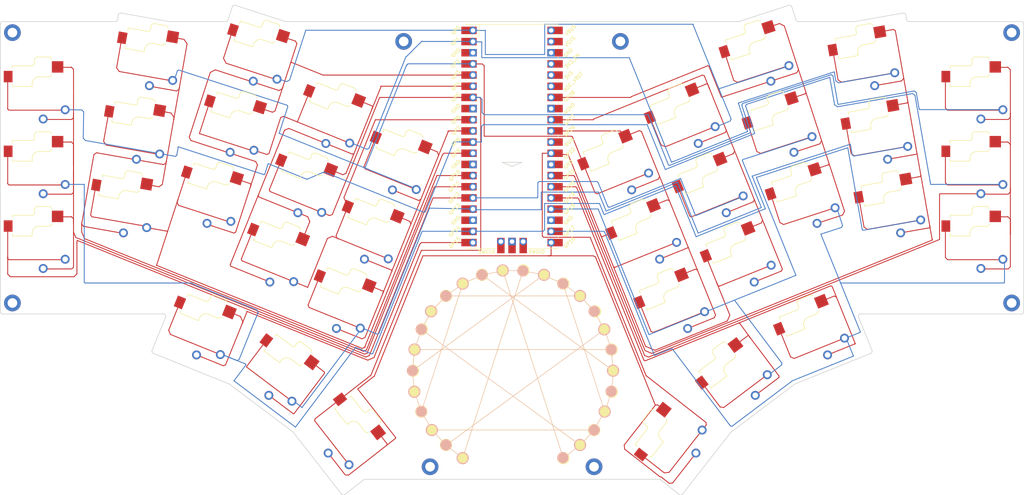
<source format=kicad_pcb>
(kicad_pcb (version 20241229) (generator "pcbnew") (generator_version "9.0")
  (title_block (title "gamma-omega-tc36k") (date "2025-06-10") (rev "v1.0.0") (company "Unknown"))
  (layers (0 "F.Cu" signal) (2 "B.Cu" signal) (13 "F.Paste" user) (15 "B.Paste" user) (5 "F.SilkS" user "F.Silkscreen") (7 "B.SilkS" user "B.Silkscreen") (1 "F.Mask" user) (3 "B.Mask" user) (25 "Edge.Cuts" user))
  (net 0 "")
  (net 1 "C1")
  (net 2 "R1")
  (net 3 "GND")
  (net 4 "R10")
  (net 5 "R2")
  (net 6 "C2")
  (net 7 "R3")
  (net 8 "R6")
  (net 9 "C3")
  (net 10 "R4")
  (net 11 "R8")
  (net 12 "C4")
  (net 13 "R5")
  (net 14 "R13")
  (net 15 "C5")
  (net 16 "R9")
  (net 17 "C9")
  (net 18 "C13")
  (net 19 "C12")
  (net 20 "R12")
  (net 21 "C10")
  (net 22 "R11")
  (net 23 "C8")
  (net 24 "C7")
  (net 25 "R7")
  (net 26 "C6")
  (net 27 "C11")
  (net 28 "RUN")
  (net 29 "ADC_VREF")
  (net 30 "3V3")
  (net 31 "3V3_EN")
  (net 32 "VSYS")
  (net 33 "VBUS")
  (net 34 "AGND")
  (footprint "ceoloide:switch_choc_v1_v2" (layer "F.Cu") (at 225.507934 92.02665 18)
    (property "Reference" "S25" (hide yes))
    (property "Value" "")
  )
  (footprint "ceoloide:switch_choc_v1_v2" (layer "F.Cu") (at 120.219345 116.080571 -22)
    (property "Reference" "S13" (hide yes))
    (property "Value" "")
  )
  (footprint "ceoloide:mounting_hole_plated" (layer "F.Cu") (at 271.59993 115.756139)
    (property "Reference" "H4" (hide yes))
    (property "Value" "")
  )
  (footprint "ceoloide:mounting_hole_plated" (layer "F.Cu") (at 176.599954 153.00613)
    (property "Reference" "H8" (hide yes))
    (property "Value" "")
  )
  (footprint "ceoloide:switch_choc_v1_v2" (layer "F.Cu") (at 204.468329 89.750876 22)
    (property "Reference" "S29" (hide yes))
    (property "Value" "")
  )
  (footprint "ceoloide:switch_choc_v1_v2" (layer "F.Cu") (at 264.59994 68.00616)
    (property "Reference" "S21" (hide yes))
    (property "Value" "")
  )
  (footprint "ceoloide:switch_choc_v1_v2" (layer "F.Cu") (at 126.587652 100.318452 -22)
    (property "Reference" "S14" (hide yes))
    (property "Value" "")
  )
  (footprint "ceoloide:switch_choc_v1_v2" (layer "F.Cu") (at 198.100031 73.988765 22)
    (property "Reference" "S30" (hide yes))
    (property "Value" "")
  )
  (footprint "ceoloide:switch_choc_v1_v2" (layer "F.Cu") (at 215.001359 59.69073 18)
    (property "Reference" "S27" (hide yes))
    (property "Value" "")
  )
  (footprint "ceoloide:switch_choc_v1_v2" (layer "F.Cu") (at 76.49442 60.515761 -10)
    (property "Reference" "S6" (hide yes))
    (property "Value" "")
  )
  (footprint "ceoloide:switch_choc_v1_v2" (layer "F.Cu") (at 182.955982 84.556331 22)
    (property "Reference" "S33" (hide yes))
    (property "Value" "")
  )
  (footprint "ceoloide:switch_choc_v1_v2" (layer "F.Cu") (at 95.65729 75.858658 -18)
    (property "Reference" "S8" (hide yes))
    (property "Value" "")
  )
  (footprint "ceoloide:switch_choc_v1_v2" (layer "F.Cu") (at 73.542384 77.257486 -10)
    (property "Reference" "S5" (hide yes))
    (property "Value" "")
  )
  (footprint "ceoloide:switch_choc_v1_v2" (layer "F.Cu") (at 245.321567 93.99922 10)
    (property "Reference" "S22" (hide yes))
    (property "Value" "")
  )
  (footprint "ceoloide:switch_choc_v1_v2" (layer "F.Cu") (at 195.692585 116.080545 22)
    (property "Reference" "S31" (hide yes))
    (property "Value" "")
  )
  (footprint "ceoloide:mounting_hole_plated" (layer "F.Cu") (at 44.312031 54.256143)
    (property "Reference" "H1" (hide yes))
    (property "Value" "")
  )
  (footprint "ceoloide:switch_choc_v1_v2" (layer "F.Cu") (at 210.836649 105.51301 22)
    (property "Reference" "S28" (hide yes))
    (property "Value" "")
  )
  (footprint "ceoloide:switch_choc_v1_v2" (layer "F.Cu") (at 105.075307 105.513 -22)
    (property "Reference" "S10" (hide yes))
    (property "Value" "")
  )
  (footprint "ceoloide:switch_choc_v1_v2" (layer "F.Cu") (at 100.910604 59.690718 -18)
    (property "Reference" "S9" (hide yes))
    (property "Value" "")
  )
  (footprint "ceoloide:switch_choc_v1_v2" (layer "F.Cu") (at 209.729584 132.047682 37)
    (property "Reference" "S35" (hide yes))
    (property "Value" "")
  )
  (footprint "ceoloide:switch_choc_v1_v2" (layer "F.Cu") (at 111.443602 89.750888 -22)
    (property "Reference" "S11" (hide yes))
    (property "Value" "")
  )
  (footprint "ceoloide:switch_choc_v1_v2" (layer "F.Cu") (at 106.182368 132.047689 -37)
    (property "Reference" "S17" (hide yes))
    (property "Value" "")
  )
  (footprint "ceoloide:switch_choc_v1_v2" (layer "F.Cu") (at 51.312007 68.006167)
    (property "Reference" "S3" (hide yes))
    (property "Value" "")
  )
  (footprint "ceoloide:switch_choc_v1_v2" (layer "F.Cu") (at 264.599926 102.006139)
    (property "Reference" "S19" (hide yes))
    (property "Value" "")
  )
  (footprint "ceoloide:switch_choc_v1_v2" (layer "F.Cu") (at 239.417531 60.515758 10)
    (property "Reference" "S24" (hide yes))
    (property "Value" "")
  )
  (footprint "ceoloide:switch_choc_v1_v2" (layer "F.Cu") (at 189.324308 100.318445 22)
    (property "Reference" "S32" (hide yes))
    (property "Value" "")
  )
  (footprint "ceoloide:switch_choc_v1_v2" (layer "F.Cu") (at 88.397985 122.098259 -22)
    (property "Reference" "S16" (hide yes))
    (property "Value" "")
  )
  (footprint "RPi_Pico_SMD_TH" (layer "F.Cu") (at 157.955978 77.886286)
    (property "Reference" "_1" (hide yes))
    (property "Value" "RPi_Pico_SMD_TH")
  )
  (footprint "ceoloide:switch_choc_v1_v2" (layer "F.Cu") (at 51.312027 85.006135)
    (property "Reference" "S2" (hide yes))
    (property "Value" "")
  )
  (footprint "ceoloide:switch_choc_v1_v2" (layer "F.Cu") (at 220.254637 75.858696 18)
    (property "Reference" "S26" (hide yes))
    (property "Value" "")
  )
  (footprint "ceoloide:mounting_hole_plated" (layer "F.Cu") (at 44.312003 115.756149)
    (property "Reference" "H3" (hide yes))
    (property "Value" "")
  )
  (footprint "ceoloide:mounting_hole_plated" (layer "F.Cu") (at 139.312004 153.006133)
    (property "Reference" "H7" (hide yes))
    (property "Value" "")
  )
  (footprint "ceoloide:switch_choc_v1_v2" (layer "F.Cu") (at 242.369549 77.257496 10)
    (property "Reference" "S23" (hide yes))
    (property "Value" "")
  )
  (footprint "ceoloide:switch_choc_v1_v2" (layer "F.Cu") (at 70.590372 93.999233 -10)
    (property "Reference" "S4" (hide yes))
    (property "Value" "")
  )
  (footprint "ceoloide:switch_choc_v1_v2" (layer "F.Cu") (at 264.599942 85.006138)
    (property "Reference" "S20" (hide yes))
    (property "Value" "")
  )
  (footprint "ceoloide:switch_choc_v1_v2" (layer "F.Cu") (at 132.95598 84.556332 -22)
    (property "Reference" "S15" (hide yes))
    (property "Value" "")
  )
  (footprint "ceoloide:mounting_hole_plated" (layer "F.Cu") (at 182.599923 56.256143)
    (property "Reference" "H6" (hide yes))
    (property "Value" "")
  )
  (footprint "ceoloide:mounting_hole_plated" (layer "F.Cu") (at 271.599945 54.256147)
    (property "Reference" "H2" (hide yes))
    (property "Value" "")
  )
  (footprint "ceoloide:switch_choc_v1_v2" (layer "F.Cu") (at 51.312 102.006161)
    (property "Reference" "S1" (hide yes))
    (property "Value" "")
  )
  (footprint "ceoloide:switch_choc_v1_v2" (layer "F.Cu") (at 90.404004 92.026626 -18)
    (property "Reference" "S7" (hide yes))
    (property "Value" "")
  )
  (footprint "ceoloide:switch_choc_v1_v2" (layer "F.Cu") (at 120.785647 146.26107 -52)
    (property "Reference" "S18" (hide yes))
    (property "Value" "")
  )
  (footprint "ceoloide:switch_choc_v1_v2" (layer "F.Cu") (at 195.126313 146.261074 52)
    (property "Reference" "S36" (hide yes))
    (property "Value" "")
  )
  (footprint "ceoloide:mounting_hole_plated" (layer "F.Cu") (at 133.312012 56.256157)
    (property "Reference" "H5" (hide yes))
    (property "Value" "")
  )
  (footprint "ceoloide:switch_choc_v1_v2" (layer "F.Cu") (at 117.811928 73.988754 -22)
    (property "Reference" "S12" (hide yes))
    (property "Value" "")
  )
  (footprint "ceoloide:switch_choc_v1_v2" (layer "F.Cu") (at 227.513968 122.098269 22)
    (property "Reference" "S34" (hide yes))
    (property "Value" "")
  )
  (gr_line (start 179.025 140.45) (end 177.219469 143.550407) (stroke (width 0.1)) (layer "F.SilkS"))
  (gr_circle (center 181.025 131.15) (end 180.275 132.15) (stroke (width 0.1)) (fill yes) (layer "F.SilkS"))
  (gr_line (start 173.375 148.1) (end 138.375 122.525) (stroke (width 0.1)) (layer "F.SilkS"))
  (gr_line (start 170.65 150.275) (end 173.425 148.05) (stroke (width 0.1)) (layer "F.SilkS"))
  (gr_circle (center 173.425 114.15) (end 172.675 115.15) (stroke (width 0.1)) (fill yes) (layer "F.SilkS"))
  (gr_line (start 140.975 144.65) (end 175.375 144.65) (stroke (width 0.1)) (layer "F.SilkS"))
  (gr_line (start 179.025 121.75) (end 143.925 147.325) (stroke (width 0.1)) (layer "F.SilkS"))
  (gr_circle (center 176.625 144.65) (end 175.875 145.65) (stroke (width 0.3)) (fill no) (layer "F.SilkS"))
  (gr_line (start 179.025 121.75) (end 180.15 125.175) (stroke (width 0.1)) (layer "F.SilkS"))
  (gr_circle (center 142.925 114.15) (end 142.175 115.15) (stroke (width 0.3)) (fill no) (layer "F.SilkS"))
  (gr_line (start 180.175 137.1) (end 179.025 140.45) (stroke (width 0.1)) (layer "F.SilkS"))
  (gr_line (start 146.85 150.75) (end 160.141308 109.539656) (stroke (width 0.1)) (layer "F.SilkS"))
  (gr_line (start 155.925 108.45) (end 169.25 149.825) (stroke (width 0.1)) (layer "F.SilkS"))
  (gr_circle (center 135.825 135.85) (end 135.075 136.85) (stroke (width 0.1)) (fill yes) (layer "F.SilkS"))
  (gr_circle (center 180.625 135.95) (end 179.875 136.95) (stroke (width 0.3)) (fill no) (layer "F.SilkS"))
  (gr_line (start 179.325 126.35) (end 137.075 126.35) (stroke (width 0.1)) (layer "F.SilkS"))
  (gr_circle (center 160.525 108.35) (end 159.775 109.35) (stroke (width 0.3)) (fill no) (layer "F.SilkS"))
  (gr_circle (center 169.625 111.35) (end 168.875 112.35) (stroke (width 0.3)) (fill no) (layer "F.SilkS"))
  (gr_line (start 172.175 114.15) (end 144.175 114.15) (stroke (width 0.1)) (layer "F.SilkS"))
  (gr_line (start 135.825 126.35) (end 136.925 123) (stroke (width 0.1)) (layer "F.SilkS"))
  (gr_line (start 177.375 118.75) (end 179.025 121.75) (stroke (width 0.1)) (layer "F.SilkS"))
  (gr_line (start 139.725 117.65) (end 138.1 120.675) (stroke (width 0.1)) (layer "F.SilkS"))
  (gr_circle (center 169.625 151.05) (end 168.875 152.05) (stroke (width 0.3)) (fill no) (layer "F.SilkS"))
  (gr_circle (center 146.825 150.95) (end 146.075 151.95) (stroke (width 0.1)) (fill yes) (layer "F.SilkS"))
  (gr_circle (center 142.925 148.05) (end 142.175 149.05) (stroke (width 0.3)) (fill no) (layer "F.SilkS"))
  (gr_line (start 135.825 135.85) (end 135.425 132.4) (stroke (width 0.1)) (layer "F.SilkS"))
  (gr_line (start 137.712928 139.261719) (end 146.825 111.35) (stroke (width 0.1)) (layer "F.SilkS"))
  (gr_circle (center 179.025 121.75) (end 178.275 122.75) (stroke (width 0.1)) (fill yes) (layer "F.SilkS"))
  (gr_line (start 165.225 109.35) (end 161.725 108.675) (stroke (width 0.1)) (layer "F.SilkS"))
  (gr_circle (center 165.225 109.35) (end 164.475 110.35) (stroke (width 0.1)) (fill yes) (layer "F.SilkS"))
  (gr_circle (center 139.725 117.65) (end 138.975 118.65) (stroke (width 0.1)) (fill yes) (layer "F.SilkS"))
  (gr_line (start 181.025 131.15) (end 152.125 110.05) (stroke (width 0.1)) (layer "F.SilkS"))
  (gr_line (start 135.825 126.35) (end 135.528809 129.904318) (stroke (width 0.1)) (layer "F.SilkS"))
  (gr_circle (center 146.825 111.35) (end 146.075 112.35) (stroke (width 0.1)) (fill yes) (layer "F.SilkS"))
  (gr_line (start 169.975 112.475) (end 179.025 140.45) (stroke (width 0.1)) (layer "F.SilkS"))
  (gr_circle (center 137.325 140.45) (end 136.575 141.45) (stroke (width 0.3)) (fill no) (layer "F.SilkS"))
  (gr_circle (center 135.825 126.35) (end 135.075 127.35) (stroke (width 0.1)) (fill yes) (layer "F.SilkS"))
  (gr_line (start 139.85 144.675) (end 137.975 141.5) (stroke (width 0.1)) (layer "F.SilkS"))
  (gr_circle (center 173.425 148.05) (end 172.675 149.05) (stroke (width 0.1)) (fill yes) (layer "F.SilkS"))
  (gr_line (start 146.825 111.35) (end 143.95 113.45) (stroke (width 0.1)) (layer "F.SilkS"))
  (gr_line (start 146.825 111.35) (end 150.1 109.975) (stroke (width 0.1)) (layer "F.SilkS"))
  (gr_circle (center 155.925 108.45) (end 155.175 109.45) (stroke (width 0.1)) (fill yes) (layer "F.SilkS"))
  (gr_line (start 146.575 150.95) (end 143.875 148.8) (stroke (width 0.1)) (layer "F.SilkS"))
  (gr_line (start 152.375 109.125) (end 155.925 108.45) (stroke (width 0.1)) (layer "F.SilkS"))
  (gr_line (start 181.025 131.15) (end 180.75 134.725) (stroke (width 0.1)) (layer "F.SilkS"))
  (gr_line (start 139.725 144.65) (end 142.05 147.225) (stroke (width 0.1)) (layer "F.SilkS"))
  (gr_line (start 165.225 109.525) (end 168.5 110.8) (stroke (width 0.1)) (layer "F.SilkS"))
  (gr_circle (center 179.025 140.45) (end 178.275 141.45) (stroke (width 0.1)) (fill yes) (layer "F.SilkS"))
  (gr_line (start 170.625 112.125) (end 173.425 114.15) (stroke (width 0.1)) (layer "F.SilkS"))
  (gr_line (start 139.725 117.65) (end 142.125 115.025) (stroke (width 0.1)) (layer "F.SilkS"))
  (gr_line (start 165.225 109.35) (end 136.425 130.425) (stroke (width 0.1)) (layer "F.SilkS"))
  (gr_circle (center 180.575 126.35) (end 179.825 127.35) (stroke (width 0.3)) (fill no) (layer "F.SilkS"))
  (gr_line (start 135.825 135.85) (end 136.8 139.275) (stroke (width 0.1)) (layer "F.SilkS"))
  (gr_circle (center 135.425 131.15) (end 134.675 132.15) (stroke (width 0.3)) (fill no) (layer "F.SilkS"))
  (gr_line (start 180.75 127.55) (end 181.025 131.15) (stroke (width 0.1)) (layer "F.SilkS"))
  (gr_line (start 175.95 116.75) (end 173.425 114.15) (stroke (width 0.1)) (layer "F.SilkS"))
  (gr_circle (center 151.125 109.35) (end 150.375 110.35) (stroke (width 0.3)) (fill no) (layer "F.SilkS"))
  (gr_line (start 175.8 145.5) (end 173.425 148.05) (stroke (width 0.1)) (layer "F.SilkS"))
  (gr_circle (center 176.825 117.65) (end 176.075 118.65) (stroke (width 0.3)) (fill no) (layer "F.SilkS"))
  (gr_line (start 173.3 148.025) (end 173.425 148.05) (stroke (width 0.1)) (layer "F.SilkS"))
  (gr_circle (center 139.725 144.65) (end 138.975 145.65) (stroke (width 0.1)) (fill yes) (layer "F.SilkS"))
  (gr_line (start 146.875 111.325) (end 146.825 111.35) (stroke (width 0.1)) (layer "F.SilkS"))
  (gr_circle (center 137.425 121.75) (end 136.675 122.75) (stroke (width 0.3)) (fill no) (layer "F.SilkS"))
  (gr_line (start 155.925 108.45) (end 159.35 108.375) (stroke (width 0.1)) (layer "F.SilkS"))
  (gr_circle (center 151.125 109.35) (end 151.875 110.35) (stroke (width 0.1)) (fill yes) (layer "B.SilkS"))
  (gr_line (start 137.025 126.35) (end 179.275 126.35) (stroke (width 0.1)) (layer "B.SilkS"))
  (gr_line (start 136.175 137.1) (end 137.325 140.45) (stroke (width 0.1)) (layer "B.SilkS"))
  (gr_circle (center 146.725 151.05) (end 147.475 152.05) (stroke (width 0.3)) (fill no) (layer "B.SilkS"))
  (gr_line (start 169.525 111.35) (end 172.4 113.45) (stroke (width 0.1)) (layer "B.SilkS"))
  (gr_line (start 169.475 111.325) (end 169.525 111.35) (stroke (width 0.1)) (layer "B.SilkS"))
  (gr_circle (center 180.525 135.85) (end 181.275 136.85) (stroke (width 0.1)) (fill yes) (layer "B.SilkS"))
  (gr_circle (center 137.325 140.45) (end 138.075 141.45) (stroke (width 0.1)) (fill yes) (layer "B.SilkS"))
  (gr_circle (center 178.925 121.75) (end 179.675 122.75) (stroke (width 0.3)) (fill no) (layer "B.SilkS"))
  (gr_circle (center 169.525 111.35) (end 170.275 112.35) (stroke (width 0.1)) (fill yes) (layer "B.SilkS"))
  (gr_line (start 160.425 108.45) (end 147.1 149.825) (stroke (width 0.1)) (layer "B.SilkS"))
  (gr_line (start 142.975 148.1) (end 177.975 122.525) (stroke (width 0.1)) (layer "B.SilkS"))
  (gr_circle (center 155.825 108.35) (end 156.575 109.35) (stroke (width 0.3)) (fill no) (layer "B.SilkS"))
  (gr_line (start 137.325 140.45) (end 139.130531 143.550407) (stroke (width 0.1)) (layer "B.SilkS"))
  (gr_line (start 151.125 109.35) (end 179.925 130.425) (stroke (width 0.1)) (layer "B.SilkS"))
  (gr_circle (center 142.925 114.15) (end 143.675 115.15) (stroke (width 0.1)) (fill yes) (layer "B.SilkS"))
  (gr_circle (center 180.925 131.15) (end 181.675 132.15) (stroke (width 0.3)) (fill no) (layer "B.SilkS"))
  (gr_circle (center 173.425 148.05) (end 174.175 149.05) (stroke (width 0.3)) (fill no) (layer "B.SilkS"))
  (gr_line (start 143.05 148.025) (end 142.925 148.05) (stroke (width 0.1)) (layer "B.SilkS"))
  (gr_line (start 180.525 126.35) (end 180.821191 129.904318) (stroke (width 0.1)) (layer "B.SilkS"))
  (gr_line (start 175.375 144.65) (end 140.975 144.65) (stroke (width 0.1)) (layer "B.SilkS"))
  (gr_circle (center 135.775 126.35) (end 136.525 127.35) (stroke (width 0.3)) (fill no) (layer "B.SilkS"))
  (gr_line (start 169.775 150.95) (end 172.475 148.8) (stroke (width 0.1)) (layer "B.SilkS"))
  (gr_line (start 135.325 131.15) (end 164.225 110.05) (stroke (width 0.1)) (layer "B.SilkS"))
  (gr_circle (center 135.725 135.95) (end 136.475 136.95) (stroke (width 0.3)) (fill no) (layer "B.SilkS"))
  (gr_line (start 145.7 150.275) (end 142.925 148.05) (stroke (width 0.1)) (layer "B.SilkS"))
  (gr_circle (center 139.725 144.65) (end 140.475 145.65) (stroke (width 0.3)) (fill no) (layer "B.SilkS"))
  (gr_line (start 180.525 126.35) (end 179.425 123) (stroke (width 0.1)) (layer "B.SilkS"))
  (gr_circle (center 169.525 150.95) (end 170.275 151.95) (stroke (width 0.1)) (fill yes) (layer "B.SilkS"))
  (gr_line (start 144.175 114.15) (end 172.175 114.15) (stroke (width 0.1)) (layer "B.SilkS"))
  (gr_circle (center 146.725 111.35) (end 147.475 112.35) (stroke (width 0.3)) (fill no) (layer "B.SilkS"))
  (gr_line (start 140.4 116.75) (end 142.925 114.15) (stroke (width 0.1)) (layer "B.SilkS"))
  (gr_circle (center 135.325 131.15) (end 136.075 132.15) (stroke (width 0.1)) (fill yes) (layer "B.SilkS"))
  (gr_line (start 146.375 112.475) (end 137.325 140.45) (stroke (width 0.1)) (layer "B.SilkS"))
  (gr_line (start 176.5 144.675) (end 178.375 141.5) (stroke (width 0.1)) (layer "B.SilkS"))
  (gr_line (start 137.325 121.75) (end 172.425 147.325) (stroke (width 0.1)) (layer "B.SilkS"))
  (gr_circle (center 137.325 121.75) (end 138.075 122.75) (stroke (width 0.1)) (fill yes) (layer "B.SilkS"))
  (gr_line (start 135.6 127.55) (end 135.325 131.15) (stroke (width 0.1)) (layer "B.SilkS"))
  (gr_line (start 151.125 109.525) (end 147.85 110.8) (stroke (width 0.1)) (layer "B.SilkS"))
  (gr_line (start 169.5 150.75) (end 156.208692 109.539656) (stroke (width 0.1)) (layer "B.SilkS"))
  (gr_line (start 160.425 108.45) (end 157 108.375) (stroke (width 0.1)) (layer "B.SilkS"))
  (gr_circle (center 176.625 117.65) (end 177.375 118.65) (stroke (width 0.1)) (fill yes) (layer "B.SilkS"))
  (gr_circle (center 176.625 144.65) (end 177.375 145.65) (stroke (width 0.1)) (fill yes) (layer "B.SilkS"))
  (gr_line (start 176.625 144.65) (end 174.3 147.225) (stroke (width 0.1)) (layer "B.SilkS"))
  (gr_line (start 169.525 111.35) (end 166.25 109.975) (stroke (width 0.1)) (layer "B.SilkS"))
  (gr_line (start 137.325 121.75) (end 136.2 125.175) (stroke (width 0.1)) (layer "B.SilkS"))
  (gr_line (start 180.525 135.85) (end 179.55 139.275) (stroke (width 0.1)) (layer "B.SilkS"))
  (gr_circle (center 173.425 114.15) (end 174.175 115.15) (stroke (width 0.3)) (fill no) (layer "B.SilkS"))
  (gr_line (start 180.525 135.85) (end 180.925 132.4) (stroke (width 0.1)) (layer "B.SilkS"))
  (gr_circle (center 165.225 109.35) (end 165.975 110.35) (stroke (width 0.3)) (fill no) (layer "B.SilkS"))
  (gr_line (start 135.325 131.15) (end 135.6 134.725) (stroke (width 0.1)) (layer "B.SilkS"))
  (gr_line (start 145.725 112.125) (end 142.925 114.15) (stroke (width 0.1)) (layer "B.SilkS"))
  (gr_line (start 138.975 118.75) (end 137.325 121.75) (stroke (width 0.1)) (layer "B.SilkS"))
  (gr_line (start 176.625 117.65) (end 174.225 115.025) (stroke (width 0.1)) (layer "B.SilkS"))
  (gr_line (start 151.125 109.35) (end 154.625 108.675) (stroke (width 0.1)) (layer "B.SilkS"))
  (gr_circle (center 160.425 108.45) (end 161.175 109.45) (stroke (width 0.1)) (fill yes) (layer "B.SilkS"))
  (gr_line (start 163.975 109.125) (end 160.425 108.45) (stroke (width 0.1)) (layer "B.SilkS"))
  (gr_circle (center 139.525 117.65) (end 140.275 118.65) (stroke (width 0.3)) (fill no) (layer "B.SilkS"))
  (gr_circle (center 179.025 140.45) (end 179.775 141.45) (stroke (width 0.3)) (fill no) (layer "B.SilkS"))
  (gr_line (start 140.55 145.5) (end 142.925 148.05) (stroke (width 0.1)) (layer "B.SilkS"))
  (gr_circle (center 142.925 148.05) (end 143.675 149.05) (stroke (width 0.1)) (fill yes) (layer "B.SilkS"))
  (gr_circle (center 180.525 126.35) (end 181.275 127.35) (stroke (width 0.1)) (fill yes) (layer "B.SilkS"))
  (gr_line (start 178.637072 139.261719) (end 169.525 111.35) (stroke (width 0.1)) (layer "B.SilkS"))
  (gr_line (start 176.625 117.65) (end 178.25 120.675) (stroke (width 0.1)) (layer "B.SilkS"))
  (gr_line (start 221.570244 48.356062) (end 222.562811 51.410831) (stroke (width 0.15)) (layer "Edge.Cuts"))
  (gr_line (start 68.991198 49.800022) (end 80.042694 51.748724) (stroke (width 0.15)) (layer "Edge.Cuts"))
  (gr_arc (start 158.143286 84.604851) (mid 157.955973 84.641262) (end 157.768666 84.604846) (stroke (width 0.15)) (layer "Edge.Cuts"))
  (gr_arc (start 209.56263 51.731835) (mid 209.486339 51.750169) (end 209.408119 51.756317) (stroke (width 0.15)) (layer "Edge.Cuts"))
  (gr_line (start 94.971735 48.035029) (end 106.349318 51.731834) (stroke (width 0.15)) (layer "Edge.Cuts"))
  (gr_line (start 247.49996 50.205618) (end 247.700525 51.342974) (stroke (width 0.15)) (layer "Edge.Cuts"))
  (gr_arc (start 236.755071 118.943452) (mid 236.804135 118.476547) (end 237.218661 118.256147) (stroke (width 0.15)) (layer "Edge.Cuts"))
  (gr_line (start 76.356421 127.2096) (end 93.619058 134.184153) (stroke (width 0.15)) (layer "Edge.Cuts"))
  (gr_line (start 92.873586 51.756296) (end 80.129506 51.756302) (stroke (width 0.15)) (layer "Edge.Cuts"))
  (gr_arc (start 223.038337 51.756304) (mid 222.744441 51.660821) (end 222.562811 51.410831) (stroke (width 0.15)) (layer "Edge.Cuts"))
  (gr_line (start 236.755071 118.943452) (end 239.83182 126.558693) (stroke (width 0.15)) (layer "Edge.Cuts"))
  (gr_arc (start 68.41199 50.205624) (mid 68.61757 49.882827) (end 68.991198 49.800022) (stroke (width 0.15)) (layer "Edge.Cuts"))
  (gr_line (start 68.211436 51.342965) (end 68.41199 50.205624) (stroke (width 0.15)) (layer "Edge.Cuts"))
  (gr_arc (start 191.39888 155.85632) (mid 191.561674 155.883542) (end 191.706721 155.962302) (stroke (width 0.15)) (layer "Edge.Cuts"))
  (gr_arc (start 124.205234 155.962289) (mid 124.350288 155.883565) (end 124.513064 155.856326) (stroke (width 0.15)) (layer "Edge.Cuts"))
  (gr_line (start 195.624697 159.023373) (end 196.018701 159.331192) (stroke (width 0.15)) (layer "Edge.Cuts"))
  (gr_line (start 119.893243 159.331223) (end 124.205234 155.962289) (stroke (width 0.15)) (layer "Edge.Cuts"))
  (gr_arc (start 41.562012 52.256154) (mid 41.708449 51.902569) (end 42.062017 51.756152) (stroke (width 0.15)) (layer "Edge.Cuts"))
  (gr_line (start 235.782439 51.756324) (end 223.038337 51.756304) (stroke (width 0.15)) (layer "Edge.Cuts"))
  (gr_arc (start 108.097472 145.073095) (mid 108.146999 145.115795) (end 108.19057 145.16456) (stroke (width 0.15)) (layer "Edge.Cuts"))
  (gr_line (start 235.869259 51.7487) (end 246.920733 49.800031) (stroke (width 0.15)) (layer "Edge.Cuts"))
  (gr_arc (start 42.06201 118.25615) (mid 41.708471 118.109695) (end 41.562019 117.756156) (stroke (width 0.15)) (layer "Edge.Cuts"))
  (gr_arc (start 246.920733 49.800031) (mid 247.294377 49.882823) (end 247.49996 50.205618) (stroke (width 0.15)) (layer "Edge.Cuts"))
  (gr_line (start 93.34913 51.410816) (end 94.341685 48.356054) (stroke (width 0.15)) (layer "Edge.Cuts"))
  (gr_arc (start 273.84994 51.756163) (mid 274.203455 51.902632) (end 274.349941 52.25615) (stroke (width 0.15)) (layer "Edge.Cuts"))
  (gr_arc (start 119.893243 159.331223) (mid 119.524485 159.433445) (end 119.19141 159.24503) (stroke (width 0.15)) (layer "Edge.Cuts"))
  (gr_arc (start 93.34913 51.410816) (mid 93.167486 51.660806) (end 92.873586 51.756296) (stroke (width 0.15)) (layer "Edge.Cuts"))
  (gr_arc (start 235.869259 51.7487) (mid 235.826016 51.754414) (end 235.782439 51.756324) (stroke (width 0.15)) (layer "Edge.Cuts"))
  (gr_line (start 222.292908 134.184153) (end 239.555542 127.209588) (stroke (width 0.15)) (layer "Edge.Cuts"))
  (gr_line (start 191.706721 155.962302) (end 195.624697 159.023373) (stroke (width 0.15)) (layer "Edge.Cuts"))
  (gr_arc (start 94.341685 48.356054) (mid 94.590218 48.065025) (end 94.971735 48.035029) (stroke (width 0.15)) (layer "Edge.Cuts"))
  (gr_line (start 237.218661 118.256147) (end 273.849924 118.256141) (stroke (width 0.15)) (layer "Edge.Cuts"))
  (gr_arc (start 78.693304 118.256128) (mid 79.107869 118.476528) (end 79.15689 118.943452) (stroke (width 0.15)) (layer "Edge.Cuts"))
  (gr_line (start 155.668485 83.756329) (end 157.768666 84.604846) (stroke (width 0.15)) (layer "Edge.Cuts"))
  (gr_arc (start 207.721359 145.164577) (mid 207.764915 145.115767) (end 207.814484 145.073078) (stroke (width 0.15)) (layer "Edge.Cuts"))
  (gr_arc (start 222.17932 134.248427) (mid 222.234 134.212553) (end 222.292908 134.184153) (stroke (width 0.15)) (layer "Edge.Cuts"))
  (gr_arc (start 68.211436 51.342965) (mid 68.040416 51.639154) (end 67.71902 51.756147) (stroke (width 0.15)) (layer "Edge.Cuts"))
  (gr_line (start 41.562019 117.756156) (end 41.562012 52.256154) (stroke (width 0.15)) (layer "Edge.Cuts"))
  (gr_line (start 209.56263 51.731835) (end 220.940221 48.03503) (stroke (width 0.15)) (layer "Edge.Cuts"))
  (gr_line (start 196.720525 159.245016) (end 207.721355 145.164569) (stroke (width 0.15)) (layer "Edge.Cuts"))
  (gr_arc (start 239.83182 126.558693) (mid 239.828507 126.941363) (end 239.555542 127.209588) (stroke (width 0.15)) (layer "Edge.Cuts"))
  (gr_line (start 76.080111 126.558732) (end 79.15689 118.943452) (stroke (width 0.15)) (layer "Edge.Cuts"))
  (gr_line (start 42.062017 51.756152) (end 67.71902 51.756147) (stroke (width 0.15)) (layer "Edge.Cuts"))
  (gr_arc (start 106.503837 51.756313) (mid 106.425613 51.750163) (end 106.349318 51.731834) (stroke (width 0.15)) (layer "Edge.Cuts"))
  (gr_arc (start 80.129506 51.756302) (mid 80.085934 51.75441) (end 80.042694 51.748724) (stroke (width 0.15)) (layer "Edge.Cuts"))
  (gr_line (start 124.513064 155.856326) (end 191.39888 155.85632) (stroke (width 0.15)) (layer "Edge.Cuts"))
  (gr_line (start 248.192924 51.756132) (end 273.84994 51.756163) (stroke (width 0.15)) (layer "Edge.Cuts"))
  (gr_line (start 155.668485 83.756329) (end 160.243485 83.756325) (stroke (width 0.15)) (layer "Edge.Cuts"))
  (gr_arc (start 220.940221 48.03503) (mid 221.321685 48.065109) (end 221.570244 48.356062) (stroke (width 0.15)) (layer "Edge.Cuts"))
  (gr_line (start 274.349936 117.756172) (end 274.349941 52.25615) (stroke (width 0.15)) (layer "Edge.Cuts"))
  (gr_line (start 42.06201 118.25615) (end 78.693304 118.256128) (stroke (width 0.15)) (layer "Edge.Cuts"))
  (gr_arc (start 76.356421 127.2096) (mid 76.083436 126.941385) (end 76.080111 126.558732) (stroke (width 0.15)) (layer "Edge.Cuts"))
  (gr_line (start 108.19057 145.16456) (end 119.19141 159.24503) (stroke (width 0.15)) (layer "Edge.Cuts"))
  (gr_arc (start 248.192924 51.756132) (mid 247.87152 51.639182) (end 247.700525 51.342974) (stroke (width 0.15)) (layer "Edge.Cuts"))
  (gr_arc (start 93.619058 134.184153) (mid 93.677954 134.212559) (end 93.732626 134.248431) (stroke (width 0.15)) (layer "Edge.Cuts"))
  (gr_line (start 207.814484 145.073078) (end 222.17932 134.248427) (stroke (width 0.15)) (layer "Edge.Cuts"))
  (gr_arc (start 274.349936 117.756172) (mid 274.203468 118.109695) (end 273.849924 118.256141) (stroke (width 0.15)) (layer "Edge.Cuts"))
  (gr_line (start 158.143286 84.604851) (end 160.243485 83.756325) (stroke (width 0.15)) (layer "Edge.Cuts"))
  (gr_line (start 93.732626 134.248431) (end 108.097472 145.073095) (stroke (width 0.15)) (layer "Edge.Cuts"))
  (gr_arc (start 196.720525 159.245016) (mid 196.387464 159.433461) (end 196.018701 159.331192) (stroke (width 0.15)) (layer "Edge.Cuts"))
  (gr_line (start 209.408119 51.756317) (end 106.503837 51.756313) (stroke (width 0.15)) (layer "Edge.Cuts"))
  (gr_text "GP21" (at 171 86.5 45) (layer "F.SilkS") (effects (font (size 0.8 0.8))))
  (segment (start 58.212002 96.606161) (end 57.712007 96.106163) (width 0.2) (layer "F.Cu") (net 1))
  (segment (start 51.212008 74.006139) (end 57.812013 74.006167) (width 0.2) (layer "F.Cu") (net 1))
  (segment (start 58.21199 72.606153) (end 58.212021 62.606149) (width 0.2) (layer "F.Cu") (net 1))
  (segment (start 57.812013 74.006167) (end 58.21201 73.60615) (width 0.2) (layer "F.Cu") (net 1))
  (segment (start 125.037262 127.02824) (end 140.202331 89.493402) (width 0.2) (layer "F.Cu") (net 1))
  (segment (start 58.211995 90.606163) (end 58.211997 79.606143) (width 0.2) (layer "F.Cu") (net 1))
  (segment (start 57.812002 108.006163) (end 58.212026 107.606141) (width 0.2) (layer "F.Cu") (net 1))
  (segment (start 58.211991 99.638602) (end 58.211979 97.606159) (width 0.2) (layer "F.Cu") (net 1))
  (segment (start 58.21199 72.606153) (end 58.211979 97.606159) (width 0.2) (layer "F.Cu") (net 1))
  (segment (start 58.212021 62.606149) (end 57.712021 62.10615) (width 0.2) (layer "F.Cu") (net 1))
  (segment (start 57.712021 62.10615) (end 57.662001 62.156161) (width 0.2) (layer "F.Cu") (net 1))
  (segment (start 51.212012 108.006144) (end 57.812002 108.006163) (width 0.2) (layer "F.Cu") (net 1))
  (segment (start 124.426927 127.400086) (end 125.077818 127.123803) (width 0.2) (layer "F.Cu") (net 1))
  (segment (start 140.379408 89.31631) (end 149.06597 89.31631) (width 0.2) (layer "F.Cu") (net 1))
  (segment (start 58.211997 79.606143) (end 57.712007 79.106129) (width 0.2) (layer "F.Cu") (net 1))
  (segment (start 57.662001 79.15616) (end 54.487006 79.156135) (width 0.2) (layer "F.Cu") (net 1))
  (segment (start 57.712007 79.106129) (end 57.662001 79.15616) (width 0.2) (layer "F.Cu") (net 1))
  (segment (start 58.728915 100.856359) (end 124.426927 127.400086) (width 0.2) (layer "F.Cu") (net 1))
  (segment (start 57.662 96.156144) (end 54.48702 96.15614) (width 0.2) (layer "F.Cu") (net 1))
  (segment (start 58.212026 107.606141) (end 58.211991 99.638602) (width 0.2) (layer "F.Cu") (net 1))
  (segment (start 125.077818 127.123803) (end 125.037262 127.02824) (width 0.2) (layer "F.Cu") (net 1))
  (segment (start 58.21201 73.60615) (end 58.21199 72.606153) (width 0.2) (layer "F.Cu") (net 1))
  (segment (start 58.211979 97.606159) (end 58.212002 96.606161) (width 0.2) (layer "F.Cu") (net 1))
  (segment (start 51.212 91.006141) (end 57.812003 91.006166) (width 0.2) (layer "F.Cu") (net 1))
  (segment (start 58.211991 99.638602) (end 58.728915 100.856359) (width 0.2) (layer "F.Cu") (net 1))
  (segment (start 57.812003 91.006166) (end 58.211995 90.606163) (width 0.2) (layer "F.Cu") (net 1))
  (segment (start 140.202331 89.493402) (end 140.379408 89.31631) (width 0.2) (layer "F.Cu") (net 1))
  (segment (start 57.662001 62.156161) (end 54.487014 62.156144) (width 0.2) (layer "F.Cu") (net 1))
  (segment (start 57.712007 96.106163) (end 57.662 96.156144) (width 0.2) (layer "F.Cu") (net 1))
  (segment (start 198.741329 96.163179) (end 198.399076 96.017931) (width 0.2) (layer "F.Cu") (net 2))
  (segment (start 198.399076 96.017931) (end 195.669285 89.261448) (width 0.2) (layer "F.Cu") (net 2))
  (segment (start 59.127144 101.556532) (end 124.703225 128.050981) (width 0.2) (layer "F.Cu") (net 2))
  (segment (start 58.335118 109.781124) (end 58.980091 109.136176) (width 0.2) (layer "F.Cu") (net 2))
  (segment (start 43.236981 109.183019) (end 43.835131 109.781159) (width 0.2) (layer "F.Cu") (net 2))
  (segment (start 125.493343 127.715587) (end 139.966395 91.893521) (width 0.2) (layer "F.Cu") (net 2))
  (segment (start 43.236986 105.281168) (end 43.236981 109.183019) (width 0.2) (layer "F.Cu") (net 2))
  (segment (start 58.980092 101.703583) (end 59.127144 101.556532) (width 0.2) (layer "F.Cu") (net 2))
  (segment (start 59.058139 101.528647) (end 59.127144 101.556532) (width 0.2) (layer "F.Cu") (net 2))
  (segment (start 56.212016 105.906136) (end 43.512006 105.906154) (width 0.2) (layer "F.Cu") (net 2))
  (segment (start 43.236986 105.281168) (end 43.237002 98.356144) (width 0.2) (layer "F.Cu") (net 2))
  (segment (start 140.003604 91.856301) (end 149.065957 91.856303) (width 0.2) (layer "F.Cu") (net 2))
  (segment (start 210.527753 91.40117) (end 198.741329 96.163179) (width 0.2) (layer "F.Cu") (net 2))
  (segment (start 125.493343 127.715587) (end 124.703225 128.050981) (width 0.2) (layer "F.Cu") (net 2))
  (segment (start 58.980091 109.136176) (end 58.980092 101.703583) (width 0.2) (layer "F.Cu") (net 2))
  (segment (start 43.512006 105.906154) (end 43.212028 105.60614) (width 0.2) (layer "F.Cu") (net 2))
  (segment (start 139.966395 91.893521) (end 140.003604 91.856301) (width 0.2) (layer "F.Cu") (net 2))
  (segment (start 43.237 105.581165) (end 43.236986 105.281168) (width 0.2) (layer "F.Cu") (net 2))
  (segment (start 43.212028 105.60614) (end 43.237 105.581165) (width 0.2) (layer "F.Cu") (net 2))
  (segment (start 43.835131 109.781159) (end 58.335118 109.781124) (width 0.2) (layer "F.Cu") (net 2))
  (segment (start 149.438645 91.827565) (end 163.689384 91.827575) (width 0.2) (layer "B.Cu") (net 2))
  (segment (start 163.812097 91.704867) (end 163.689384 91.827575) (width 0.2) (layer "B.Cu") (net 2))
  (segment (start 179.768993 93.872183) (end 177.578385 88.45028) (width 0.2) (layer "B.Cu") (net 2))
  (segment (start 177.264678 88.136571) (end 177.578385 88.45028) (width 0.2) (layer "B.Cu") (net 2))
  (segment (start 163.812083 88.450294) (end 163.812097 91.704867) (width 0.2) (layer "B.Cu") (net 2))
  (segment (start 163.812083 88.450294) (end 164.125819 88.136583) (width 0.2) (layer "B.Cu") (net 2))
  (segment (start 164.125819 88.136583) (end 177.264678 88.136571) (width 0.2) (layer "B.Cu") (net 2))
  (segment (start 199.653781 95.783327) (end 196.282319 87.438661) (width 0.2) (layer "B.Cu") (net 2))
  (segment (start 196.282319 87.438661) (end 180.056627 93.994289) (width 0.2) (layer "B.Cu") (net 2))
  (segment (start 199.814386 95.851495) (end 199.653781 95.783327) (width 0.2) (layer "B.Cu") (net 2))
  (segment (start 180.056627 93.994289) (end 179.768993 93.872183) (width 0.2) (layer "B.Cu") (net 2))
  (segment (start 210.900423 91.372451) (end 199.814386 95.851495) (width 0.2) (layer "B.Cu") (net 2))
  (segment (start 235.817865 82.271345) (end 235.06231 81.742316) (width 0.2) (layer "F.Cu") (net 4))
  (segment (start 91.610395 127.494588) (end 80.254885 122.906672) (width 0.2) (layer "F.Cu") (net 4))
  (segment (start 43.511989 88.906146) (end 43.212017 88.60615) (width 0.2) (layer "F.Cu") (net 4))
  (segment (start 79.852776 121.959345) (end 82.408448 115.633809) (width 0.2) (layer "F.Cu") (net 4))
  (segment (start 235.06231 81.742316) (end 233.864536 74.949296) (width 0.2) (layer "F.Cu") (net 4))
  (segment (start 247.953451 80.131502) (end 235.817865 82.271345) (width 0.2) (layer "F.Cu") (net 4))
  (segment (start 43.237014 88.581138) (end 43.237003 81.356159) (width 0.2) (layer "F.Cu") (net 4))
  (segment (start 43.212017 88.60615) (end 43.237014 88.581138) (width 0.2) (layer "F.Cu") (net 4))
  (segment (start 56.212004 88.906146) (end 43.511989 88.906146) (width 0.2) (layer "F.Cu") (net 4))
  (segment (start 80.254885 122.906672) (end 79.852776 121.959345) (width 0.2) (layer "F.Cu") (net 4))
  (segment (start 149.438623 99.447574) (end 137.508499 99.447571) (width 0.2) (layer "B.Cu") (net 4))
  (segment (start 199.815736 100.678937) (end 195.133172 89.08914) (width 0.2) (layer "B.Cu") (net 4))
  (segment (start 165.359671 93.120644) (end 165.359682 99.120661) (width 0.2) (layer "B.Cu") (net 4))
  (segment (start 95.867468 128.624908) (end 100.175433 117.962316) (width 0.2) (layer "B.Cu") (net 4))
  (segment (start 91.983065 127.465888) (end 97.358384 129.637679) (width 0.2) (layer "B.Cu") (net 4))
  (segment (start 178.907442 95.644764) (end 178.873698 95.630423) (width 0.2) (layer "B.Cu") (net 4))
  (segment (start 177.359676 93.120653) (end 165.359671 93.120644) (width 0.2) (layer "B.Cu") (net 4))
  (segment (start 91.983065 127.465888) (end 95.372159 128.835186) (width 0.2) (layer "B.Cu") (net 4))
  (segment (start 165.032741 99.447573) (end 149.438638 99.44758) (width 0.2) (layer "B.Cu") (net 4))
  (segment (start 248.326121 80.102826) (end 235.693844 82.330211) (width 0.2) (layer "B.Cu") (net 4))
  (segment (start 108.686158 143.987947) (end 94.710034 133.456178) (width 0.2) (layer "B.Cu") (net 4))
  (segment (start 95.372159 128.835186) (end 95.867468 128.624908) (width 0.2) (layer "B.Cu") (net 4))
  (segment (start 100.175433 117.962316) (end 99.899144 117.311415) (width 0.2) (layer "B.Cu") (net 4))
  (segment (start 137.508499 99.447571) (end 126.280457 127.237969) (width 0.2) (layer "B.Cu") (net 4))
  (segment (start 99.899144 117.311415) (end 85.323404 111.422429) (width 0.2) (layer "B.Cu") (net 4))
  (segment (start 234.89954 79.641435) (end 212.581022 86.893151) (width 0.2) (layer "B.Cu") (net 4))
  (segment (start 195.133172 89.08914) (end 178.907442 95.644764) (width 0.2) (layer "B.Cu") (net 4))
  (segment (start 177.859682 93.120655) (end 177.359676 93.120653) (width 0.2) (layer "B.Cu") (net 4))
  (segment (start 122.357237 125.845804) (end 108.686158 143.987947) (width 0.2) (layer "B.Cu") (net 4))
  (segment (start 235.343695 82.08505) (end 234.914139 79.648861) (width 0.2) (layer "B.Cu") (net 4))
  (segment (start 165.359682 99.120661) (end 165.032741 99.447573) (width 0.2) (layer "B.Cu") (net 4))
  (segment (start 234.914139 79.648861) (end 234.89954 79.641435) (width 0.2) (layer "B.Cu") (net 4))
  (segment (start 215.57786 94.310636) (end 199.815736 100.678937) (width 0.2) (layer "B.Cu") (net 4))
  (segment (start 60.638658 88.777427) (end 60.656992 88.759109) (width 0.2) (layer "B.Cu") (net 4))
  (segment (start 126.280457 127.237969) (end 126.047603 127.336816) (width 0.2) (layer "B.Cu") (net 4))
  (segment (start 97.394387 129.893941) (end 97.358384 129.637679) (width 0.2) (layer "B.Cu") (net 4))
  (segment (start 60.823397 111.211647) (end 85.112618 111.21164) (width 0.2) (layer "B.Cu") (net 4))
  (segment (start 85.112618 111.21164) (end 85.323404 111.422429) (width 0.2) (layer "B.Cu") (net 4))
  (segment (start 60.656997 111.045224) (end 60.823397 111.211647) (width 0.2) (layer "B.Cu") (net 4))
  (segment (start 56.684699 88.777434) (end 60.638658 88.777427) (width 0.2) (layer "B.Cu") (net 4))
  (segment (start 60.656997 111.045224) (end 60.656992 88.759109) (width 0.2) (layer "B.Cu") (net 4))
  (segment (start 212.581022 86.893151) (end 215.57786 94.310636) (width 0.2) (layer "B.Cu") (net 4))
  (segment (start 94.710034 133.456178) (end 97.394387 129.893941) (width 0.2) (layer "B.Cu") (net 4))
  (segment (start 126.047603 127.336816) (end 122.357237 125.845804) (width 0.2) (layer "B.Cu") (net 4))
  (segment (start 235.693844 82.330211) (end 235.343695 82.08505) (width 0.2) (layer "B.Cu") (net 4))
  (segment (start 178.873698 95.630423) (end 177.859682 93.120655) (width 0.2) (layer "B.Cu") (net 4))
  (segment (start 257.011998 88.906146) (end 256.524927 88.41906) (width 0.2) (layer "F.Cu") (net 5))
  (segment (start 65.055738 78.994359) (end 66.239733 72.279614) (width 0.2) (layer "F.Cu") (net 5))
  (segment (start 43.512022 71.90614) (end 43.212003 71.606161) (width 0.2) (layer "F.Cu") (net 5))
  (segment (start 269.49993 88.906158) (end 257.011998 88.906146) (width 0.2) (layer "F.Cu") (net 5))
  (segment (start 43.212003 71.606161) (end 43.237002 71.58116) (width 0.2) (layer "F.Cu") (net 5))
  (segment (start 77.706578 81.96802) (end 65.649281 79.841966) (width 0.2) (layer "F.Cu") (net 5))
  (segment (start 56.212008 71.906169) (end 43.512022 71.90614) (width 0.2) (layer "F.Cu") (net 5))
  (segment (start 65.649281 79.841966) (end 65.055738 78.994359) (width 0.2) (layer "F.Cu") (net 5))
  (segment (start 43.237002 71.58116) (end 43.237008 64.35614) (width 0.2) (layer "F.Cu") (net 5))
  (segment (start 256.524927 88.41906) (end 256.524926 81.356139) (width 0.2) (layer "F.Cu") (net 5))
  (segment (start 192.821016 85.398908) (end 188.699816 75.198574) (width 0.2) (layer "B.Cu") (net 5))
  (segment (start 211.080411 70.930172) (end 213.142696 77.188414) (width 0.2) (layer "B.Cu") (net 5))
  (segment (start 81.687878 82.172859) (end 81.689643 82.175323) (width 0.2) (layer "B.Cu") (net 5))
  (segment (start 231.330364 70.680222) (end 230.225879 64.416381) (width 0.2) (layer "B.Cu") (net 5))
  (segment (start 60.418687 78.285597) (end 60.909881 78.794236) (width 0.2) (layer "B.Cu") (net 5))
  (segment (start 81.689643 82.175323) (end 81.366814 82.401357) (width 0.2) (layer "B.Cu") (net 5))
  (segment (start 150.975671 79.127569) (end 151.002221 79.101013) (width 0.2) (layer "B.Cu") (net 5))
  (segment (start 56.684677 71.777473) (end 60.095953 71.837) (width 0.2) (layer "B.Cu") (net 5))
  (segment (start 151.002231 75.601021) (end 151.404675 75.198572) (width 0.2) (layer "B.Cu") (net 5))
  (segment (start 151.002221 79.101013) (end 151.002231 75.601021) (width 0.2) (layer "B.Cu") (net 5))
  (segment (start 249.60062 68.516156) (end 249.033085 68.11877) (width 0.2) (layer "B.Cu") (net 5))
  (segment (start 231.969266 71.127585) (end 231.330364 70.680222) (width 0.2) (layer "B.Cu") (net 5))
  (segment (start 78.179222 81.839308) (end 60.909881 78.794236) (width 0.2) (layer "B.Cu") (net 5))
  (segment (start 144.690108 79.10453) (end 138.274976 94.982499) (width 0.2) (layer "B.Cu") (net 5))
  (segment (start 213.142696 77.188414) (end 192.821016 85.398908) (width 0.2) (layer "B.Cu") (net 5))
  (segment (start 149.415574 79.104519) (end 144.690108 79.10453) (width 0.2) (layer "B.Cu") (net 5))
  (segment (start 253.183487 88.777431) (end 253.085278 88.220516) (width 0.2) (layer "B.Cu") (net 5))
  (segment (start 138.274976 94.982499) (end 137.911364 95.136858) (width 0.2) (layer "B.Cu") (net 5))
  (segment (start 249.033085 68.11877) (end 234.148009 70.743421) (width 0.2) (layer "B.Cu") (net 5))
  (segment (start 81.366814 82.401357) (end 78.179222 81.839308) (width 0.2) (layer "B.Cu") (net 5))
  (segment (start 60.52353 72.279781) (end 60.418687 78.285597) (width 0.2) (layer "B.Cu") (net 5))
  (segment (start 151.404675 75.198572) (end 188.699816 75.198574) (width 0.2) (layer "B.Cu") (net 5))
  (segment (start 253.073582 88.212309) (end 249.60062 68.516156) (width 0.2) (layer "B.Cu") (net 5))
  (segment (start 253.085278 88.220516) (end 253.073582 88.212309) (width 0.2) (layer "B.Cu") (net 5))
  (segment (start 82.030215 80.231542) (end 81.687878 82.172859) (width 0.2) (layer "B.Cu") (net 5))
  (segment (start 149.438648 79.127592) (end 149.415574 79.104519) (width 0.2) (layer "B.Cu") (net 5))
  (segment (start 115.195354 85.958999) (end 111.289976 87.616737) (width 0.2) (layer "B.Cu") (net 5))
  (segment (start 102.481735 84.057953) (end 101.694446 86.480987) (width 0.2) (layer "B.Cu") (net 5))
  (segment (start 60.095953 71.837) (end 60.52353 72.279781) (width 0.2) (layer "B.Cu") (net 5))
  (segment (start 149.438639 79.127579) (end 150.975671 79.127569) (width 0.2) (layer "B.Cu") (net 5))
  (segment (start 230.225879 64.416381) (end 211.259346 70.578974) (width 0.2) (layer "B.Cu") (net 5))
  (segment (start 111.289976 87.616737) (end 102.481735 84.057953) (width 0.2) (layer "B.Cu") (net 5))
  (segment (start 269.972621 88.777433) (end 253.183487 88.777431) (width 0.2) (layer "B.Cu") (net 5))
  (segment (start 234.148009 70.743421) (end 231.969266 71.127585) (width 0.2) (layer "B.Cu") (net 5))
  (segment (start 115.195354 85.958999) (end 137.911364 95.136858) (width 0.2) (layer "B.Cu") (net 5))
  (segment (start 101.526862 86.566398) (end 82.030215 80.231542) (width 0.2) (layer "B.Cu") (net 5))
  (segment (start 211.259346 70.578974) (end 211.080411 70.930172) (width 0.2) (layer "B.Cu") (net 5))
  (segment (start 101.694446 86.480987) (end 101.526862 86.566398) (width 0.2) (layer "B.Cu") (net 5))
  (segment (start 77.662778 89.32214) (end 78.400006 88.805913) (width 0.2) (layer "F.Cu") (net 6))
  (segment (start 84.043557 56.799669) (end 83.343032 55.79922) (width 0.2) (layer "F.Cu") (net 6))
  (segment (start 78.704779 84.276412) (end 79.268252 83.881878) (width 0.2) (layer "F.Cu") (net 6))
  (segment (start 81.004735 74.033799) (end 82.307102 66.647742) (width 0.2) (layer "F.Cu") (net 6))
  (segment (start 60.066888 97.758417) (end 60.0669 99.610676) (width 0.2) (layer "F.Cu") (net 6))
  (segment (start 79.268252 83.881878) (end 79.355083 83.389464) (width 0.2) (layer "F.Cu") (net 6))
  (segment (start 96.798713 115.698296) (end 124.150643 126.749183) (width 0.2) (layer "F.Cu") (net 6))
  (segment (start 83.343032 55.79922) (end 80.652859 55.324862) (width 0.2) (layer "F.Cu") (net 6))
  (segment (start 140.840007 86.776303) (end 140.854141 86.809645) (width 0.2) (layer "F.Cu") (net 6))
  (segment (start 75.369891 66.426133) (end 81.656812 67.534681) (width 0.2) (layer "F.Cu") (net 6))
  (segment (start 124.834857 126.458758) (end 125.574485 124.628127) (width 0.2) (layer "F.Cu") (net 6))
  (segment (start 60.066888 97.758417) (end 62.845288 82.001484) (width 0.2) (layer "F.Cu") (net 6))
  (segment (start 60.472495 98.337645) (end 60.066888 97.758417) (width 0.2) (layer "F.Cu") (net 6))
  (segment (start 149.065963 86.77631) (end 140.840007 86.776303) (width 0.2) (layer "F.Cu") (net 6))
  (segment (start 124.150643 126.749183) (end 124.834857 126.458758) (width 0.2) (layer "F.Cu") (net 6))
  (segment (start 62.845288 82.001484) (end 63.440279 81.584859) (width 0.2) (layer "F.Cu") (net 6))
  (segment (start 60.0669 99.610676) (end 60.705786 101.115791) (width 0.2) (layer "F.Cu") (net 6))
  (segment (start 139.801345 89.415454) (end 125.40463 125.048518) (width 0.2) (layer "F.Cu") (net 6))
  (segment (start 81.091553 73.541415) (end 80.391011 72.540942) (width 0.2) (layer "F.Cu") (net 6))
  (segment (start 82.307102 66.647742) (end 84.043557 56.799669) (width 0.2) (layer "F.Cu") (net 6))
  (segment (start 78.400006 88.805913) (end 79.355083 83.389464) (width 0.2) (layer "F.Cu") (net 6))
  (segment (start 81.656812 67.534681) (end 82.220289 67.140118) (width 0.2) (layer "F.Cu") (net 6))
  (segment (start 82.220289 67.140118) (end 82.307102 66.647742) (width 0.2) (layer "F.Cu") (net 6))
  (segment (start 139.801329 89.327312) (end 139.801345 89.415454) (width 0.2) (layer "F.Cu") (net 6))
  (segment (start 139.861095 89.267542) (end 139.801329 89.327312) (width 0.2) (layer "F.Cu") (net 6))
  (segment (start 80.391011 72.540942) (end 77.700859 72.066596) (width 0.2) (layer "F.Cu") (net 6))
  (segment (start 79.355083 83.389464) (end 81.004735 74.033799) (width 0.2) (layer "F.Cu") (net 6))
  (segment (start 140.854141 86.809645) (end 139.861095 89.267542) (width 0.2) (layer "F.Cu") (net 6))
  (segment (start 81.004735 74.033799) (end 81.091553 73.541415) (width 0.2) (layer "F.Cu") (net 6))
  (segment (start 63.440279 81.584859) (end 72.417881 83.167854) (width 0.2) (layer "F.Cu") (net 6))
  (segment (start 74.748822 88.808343) (end 77.662778 89.32214) (width 0.2) (layer "F.Cu") (net 6))
  (segment (start 60.488257 98.326598) (end 60.472495 98.337645) (width 0.2) (layer "F.Cu") (net 6))
  (segment (start 60.705786 101.115791) (end 96.798713 115.698296) (width 0.2) (layer "F.Cu") (net 6))
  (segment (start 69.465854 99.909576) (end 60.488257 98.326598) (width 0.2) (layer "F.Cu") (net 6))
  (segment (start 72.417881 83.167854) (end 78.704779 84.276412) (width 0.2) (layer "F.Cu") (net 6))
  (segment (start 149.06598 81.696288) (end 142.451825 81.696287) (width 0.2) (layer "F.Cu") (net 7))
  (segment (start 81.957147 92.242555) (end 79.606222 99.477951) (width 0.2) (layer "F.Cu") (net 7))
  (segment (start 81.757627 92.856629) (end 81.957147 92.242555) (width 0.2) (layer "F.Cu") (net 7))
  (segment (start 82.110825 93.549844) (end 81.757627 92.856629) (width 0.2) (layer "F.Cu") (net 7))
  (segment (start 124.525244 125.822015) (end 123.874342 126.0983) (width 0.2) (layer "F.Cu") (net 7))
  (segment (start 79.606222 99.477951) (end 77.112946 107.151482) (width 0.2) (layer "F.Cu") (net 7))
  (segment (start 93.92756 97.389328) (end 82.110825 93.549844) (width 0.2) (layer "F.Cu") (net 7))
  (segment (start 74.754556 98.709756) (end 74.441142 98.262138) (width 0.2) (layer "F.Cu") (net 7))
  (segment (start 62.383814 96.136087) (end 62.103747 95.736082) (width 0.2) (layer "F.Cu") (net 7))
  (segment (start 74.854557 98.609735) (end 79.581976 99.44331) (width 0.2) (layer "F.Cu") (net 7))
  (segment (start 124.480823 125.717364) (end 142.140849 82.007246) (width 0.2) (layer "F.Cu") (net 7))
  (segment (start 79.581976 99.44331) (end 79.606222 99.477951) (width 0.2) (layer "F.Cu") (net 7))
  (segment (start 123.874342 126.0983) (end 77.05386 107.181588) (width 0.2) (layer "F.Cu") (net 7))
  (segment (start 142.451825 81.696287) (end 142.140849 82.007246) (width 0.2) (layer "F.Cu") (net 7))
  (segment (start 77.112946 107.151482) (end 77.05386 107.181588) (width 0.2) (layer "F.Cu") (net 7))
  (segment (start 124.480823 125.717364) (end 124.525244 125.822015) (width 0.2) (layer "F.Cu") (net 7))
  (segment (start 62.103747 95.736082) (end 63.287713 89.02135) (width 0.2) (layer "F.Cu") (net 7))
  (segment (start 81.957147 92.242555) (end 83.920679 86.19937) (width 0.2) (layer "F.Cu") (net 7))
  (segment (start 74.441142 98.262138) (end 62.383814 96.136087) (width 0.2) (layer "F.Cu") (net 7))
  (segment (start 189.015393 86.206568) (end 177.344858 90.921804) (width 0.2) (layer "F.Cu") (net 8))
  (segment (start 151.627138 77.829424) (end 171.428503 77.829434) (width 0.2) (layer "F.Cu") (net 8))
  (segment (start 151.174005 61.376274) (end 151.627152 61.829426) (width 0.2) (layer "F.Cu") (net 8))
  (segment (start 124.531045 85.250848) (end 124.296912 84.699278) (width 0.2) (layer "F.Cu") (net 8))
  (segment (start 68.601279 63.100252) (end 68.007772 62.252616) (width 0.2) (layer "F.Cu") (net 8))
  (segment (start 136.168379 89.952653) (end 124.531045 85.250848) (width 0.2) (layer "F.Cu") (net 8))
  (segment (start 80.658597 65.226274) (end 68.601279 63.100252) (width 0.2) (layer "F.Cu") (net 8))
  (segment (start 176.839876 90.707432) (end 174.156877 84.066861) (width 0.2) (layer "F.Cu") (net 8))
  (segment (start 124.296912 84.699278) (end 126.966484 78.091886) (width 0.2) (layer "F.Cu") (net 8))
  (segment (start 174.156931 84.066874) (end 171.679956 77.936164) (width 0.2) (layer "F.Cu") (net 8))
  (segment (start 149.06597 61.376276) (end 151.174005 61.376274) (width 0.2) (layer "F.Cu") (net 8))
  (segment (start 151.627152 61.829426) (end 151.627138 77.829424) (width 0.2) (layer "F.Cu") (net 8))
  (segment (start 177.344858 90.921804) (end 176.839876 90.707432) (width 0.2) (layer "F.Cu") (net 8))
  (segment (start 171.679956 77.936164) (end 171.428503 77.829434) (width 0.2) (layer "F.Cu") (net 8))
  (segment (start 68.007772 62.252616) (end 69.191751 55.537909) (width 0.2) (layer "F.Cu") (net 8))
  (segment (start 82.140255 62.763535) (end 106.780791 70.769732) (width 0.2) (layer "B.Cu") (net 8))
  (segment (start 106.780791 70.769732) (end 106.952001 71.105707) (width 0.2) (layer "B.Cu") (net 8))
  (segment (start 124.572431 84.90042) (end 133.945328 61.701609) (width 0.2) (layer "B.Cu") (net 8))
  (segment (start 134.299374 61.34758) (end 133.945328 61.701609) (width 0.2) (layer "B.Cu") (net 8))
  (segment (start 125.325763 85.392674) (end 124.451558 85.039481) (width 0.2) (layer "B.Cu") (net 8))
  (segment (start 81.839895 62.916545) (end 82.140255 62.763535) (width 0.2) (layer "B.Cu") (net 8))
  (segment (start 134.299381 61.347562) (end 133.945328 61.701609) (width 0.2) (layer "B.Cu") (net 8))
  (segment (start 136.541033 89.923961) (end 125.325763 85.392674) (width 0.2) (layer "B.Cu") (net 8))
  (segment (start 124.451558 85.039481) (end 124.41998 84.965107) (width 0.2) (layer "B.Cu") (net 8))
  (segment (start 104.980697 77.172743) (end 106.952001 71.105707) (width 0.2) (layer "B.Cu") (net 8))
  (segment (start 81.13127 65.097563) (end 81.839895 62.916545) (width 0.2) (layer "B.Cu") (net 8))
  (segment (start 125.325763 85.392674) (end 104.980697 77.172743) (width 0.2) (layer "B.Cu") (net 8))
  (segment (start 124.41998 84.965107) (end 124.572431 84.90042) (width 0.2) (layer "B.Cu") (net 8))
  (segment (start 149.438655 61.347564) (end 134.299381 61.347562) (width 0.2) (layer "B.Cu") (net 8))
  (segment (start 98.418315 89.396351) (end 95.085701 99.653139) (width 0.2) (layer "F.Cu") (net 9))
  (segment (start 99.029915 65.505542) (end 104.937411 67.425012) (width 0.2) (layer "F.Cu") (net 9))
  (segment (start 105.680228 67.04652) (end 105.834729 66.570991) (width 0.2) (layer "F.Cu") (net 9))
  (segment (start 95.085701 99.653139) (end 94.70155 99.848865) (width 0.2) (layer "F.Cu") (net 9))
  (segment (start 95.299894 87.583477) (end 98.405596 88.592585) (width 0.2) (layer "F.Cu") (net 9))
  (segment (start 114.956551 63.916311) (end 107.822768 61.034072) (width 0.2) (layer "F.Cu") (net 9))
  (segment (start 104.937411 67.425012) (end 105.680228 67.04652) (width 0.2) (layer "F.Cu") (net 9))
  (segment (start 98.405596 88.592585) (end 98.572846 88.920825) (width 0.2) (layer "F.Cu") (net 9))
  (segment (start 99.649537 83.581719) (end 93.776648 81.673493) (width 0.2) (layer "F.Cu") (net 9))
  (segment (start 98.418315 89.396351) (end 100.051389 84.37035) (width 0.2) (layer "F.Cu") (net 9))
  (segment (start 108.707343 56.190115) (end 105.806492 55.247566) (width 0.2) (layer "F.Cu") (net 9))
  (segment (start 89.319456 63.307762) (end 90.466733 62.723201) (width 0.2) (layer "F.Cu") (net 9))
  (segment (start 90.466733 62.723201) (end 99.029915 65.505542) (width 0.2) (layer "F.Cu") (net 9))
  (segment (start 107.822768 61.034072) (end 107.603582 61.127136) (width 0.2) (layer "F.Cu") (net 9))
  (segment (start 104.047204 72.072512) (end 103.474019 72.364531) (width 0.2) (layer "F.Cu") (net 9))
  (segment (start 84.908158 78.791961) (end 84.529688 78.049177) (width 0.2) (layer "F.Cu") (net 9))
  (segment (start 105.989232 66.095456) (end 107.603582 61.127136) (width 0.2) (layer "F.Cu") (net 9))
  (segment (start 93.776648 81.673493) (end 84.908158 78.791961) (width 0.2) (layer "F.Cu") (net 9))
  (segment (start 98.572846 88.920825) (end 98.418315 89.396351) (width 0.2) (layer "F.Cu") (net 9))
  (segment (start 109.012881 56.789718) (end 108.707343 56.190115) (width 0.2) (layer "F.Cu") (net 9))
  (segment (start 149.065961 63.916321) (end 114.956551 63.916311) (width 0.2) (layer "F.Cu") (net 9))
  (segment (start 105.834729 66.570991) (end 104.047204 72.072512) (width 0.2) (layer "F.Cu") (net 9))
  (segment (start 100.553187 71.415519) (end 103.474019 72.364531) (width 0.2) (layer "F.Cu") (net 9))
  (segment (start 105.834729 66.570991) (end 105.989232 66.095456) (width 0.2) (layer "F.Cu") (net 9))
  (segment (start 107.603582 61.127136) (end 109.012881 56.789718) (width 0.2) (layer "F.Cu") (net 9))
  (segment (start 100.051389 84.37035) (end 99.649537 83.581719) (width 0.2) (layer "F.Cu") (net 9))
  (segment (start 84.529688 78.049177) (end 89.319456 63.307762) (width 0.2) (layer "F.Cu") (net 9))
  (segment (start 94.70155 99.848865) (end 88.523345 97.841471) (width 0.2) (layer "F.Cu") (net 9))
  (segment (start 245.001416 63.389783) (end 232.86583 65.529626) (width 0.2) (layer "F.Cu") (net 10))
  (segment (start 105.316856 73.614428) (end 105.946874 73.293416) (width 0.2) (layer "F.Cu") (net 10))
  (segment (start 99.180859 81.221365) (end 86.90854 77.233852) (width 0.2) (layer "F.Cu") (net 10))
  (segment (start 102.680415 81.728577) (end 105.316856 73.614428) (width 0.2) (layer "F.Cu") (net 10))
  (segment (start 232.110292 65.000571) (end 230.912502 58.207583) (width 0.2) (layer "F.Cu") (net 10))
  (segment (start 86.895317 77.240582) (end 86.856399 77.164176) (width 0.2) (layer "F.Cu") (net 10))
  (segment (start 109.122898 74.576597) (end 105.946874 73.293416) (width 0.2) (layer "F.Cu") (net 10))
  (segment (start 86.90854 77.233852) (end 86.895317 77.240582) (width 0.2) (layer "F.Cu") (net 10))
  (segment (start 232.86583 65.529626) (end 232.110292 65.000571) (width 0.2) (layer "F.Cu") (net 10))
  (segment (start 111.822415 67.524331) (end 111.899164 67.705176) (width 0.2) (layer "F.Cu") (net 10))
  (segment (start 121.024331 79.385103) (end 109.122898 74.576597) (width 0.2) (layer "F.Cu") (net 10))
  (segment (start 102.1919 81.977444) (end 102.680415 81.728577) (width 0.2) (layer "F.Cu") (net 10))
  (segment (start 86.856399 77.164176) (end 89.173983 70.031405) (width 0.2) (layer "F.Cu") (net 10))
  (segment (start 111.899164 67.705176) (end 109.122898 74.576597) (width 0.2) (layer "F.Cu") (net 10))
  (segment (start 99.238317 81.017789) (end 102.1919 81.977444) (width 0.2) (layer "F.Cu") (net 10))
  (segment (start 151.165852 59.958585) (end 184.62432 59.958562) (width 0.2) (layer "B.Cu") (net 10))
  (segment (start 209.435427 70.297224) (end 211.534169 76.756487) (width 0.2) (layer "B.Cu") (net 10))
  (segment (start 125.396387 80.599032) (end 133.839496 59.701623) (width 0.2) (layer "B.Cu") (net 10))
  (segment (start 149.520494 56.349419) (end 149.438647 56.26757) (width 0.2) (layer "B.Cu") (net 10))
  (segment (start 231.615717 65.249906) (end 231.251361 63.183475) (width 0.2) (layer "B.Cu") (net 10))
  (segment (start 209.450887 70.266887) (end 209.435427 70.297224) (width 0.2) (layer "B.Cu") (net 10))
  (segment (start 137.445333 56.201624) (end 133.945334 59.701612) (width 0.2) (layer "B.Cu") (net 10))
  (segment (start 151.056698 56.349433) (end 149.520494 56.349419) (width 0.2) (layer "B.Cu") (net 10))
  (segment (start 151.056703 59.849421) (end 151.056698 56.349433) (width 0.2) (layer "B.Cu") (net 10))
  (segment (start 232.228529 65.678997) (end 231.615717 65.249906) (width 0.2) (layer "B.Cu") (net 10))
  (segment (start 137.511286 56.267572) (end 137.445333 56.201624) (width 0.2) (layer "B.Cu") (net 10))
  (segment (start 124.945886 80.790228) (end 125.396387 80.599032) (width 0.2) (layer "B.Cu") (net 10))
  (segment (start 133.945334 59.701612) (end 133.839496 59.701623) (width 0.2) (layer "B.Cu") (net 10))
  (segment (start 245.374078 63.361076) (end 232.228529 65.678997) (width 0.2) (layer "B.Cu") (net 10))
  (segment (start 231.251361 63.183475) (end 209.450887 70.266887) (width 0.2) (layer "B.Cu") (net 10))
  (segment (start 151.165852 59.958585) (end 151.056703 59.849421) (width 0.2) (layer "B.Cu") (net 10))
  (segment (start 121.396999 79.356396) (end 124.945886 80.790228) (width 0.2) (layer "B.Cu") (net 10))
  (segment (start 194.234993 83.745808) (end 184.62432 59.958562) (width 0.2) (layer "B.Cu") (net 10))
  (segment (start 211.534169 76.756487) (end 194.234993 83.745808) (width 0.2) (layer "B.Cu") (net 10))
  (segment (start 149.438635 56.267588) (end 137.511286 56.267572) (width 0.2) (layer "B.Cu") (net 10))
  (segment (start 92.325993 60.095925) (end 94.384739 53.759849) (width 0.2) (layer "F.Cu") (net 11))
  (segment (start 191.843449 79.792182) (end 189.30097 73.499314) (width 0.2) (layer "F.Cu") (net 11))
  (segment (start 192.836602 80.213766) (end 191.843449 79.792182) (width 0.2) (layer "F.Cu") (net 11))
  (segment (start 204.159461 75.63903) (end 192.836602 80.213766) (width 0.2) (layer "F.Cu") (net 11))
  (segment (start 220.930922 61.759648) (end 209.218427 65.565278) (width 0.2) (layer "F.Cu") (net 11))
  (segment (start 104.391606 64.94983) (end 92.896069 61.214691) (width 0.2) (layer "F.Cu") (net 11))
  (segment (start 209.218427 65.565278) (end 208.387062 65.14167) (width 0.2) (layer "F.Cu") (net 11))
  (segment (start 208.387062 65.14167) (end 206.257864 58.588682) (width 0.2) (layer "F.Cu") (net 11))
  (segment (start 92.896069 61.214691) (end 92.325993 60.095925) (width 0.2) (layer "F.Cu") (net 11))
  (segment (start 106.651444 65.401799) (end 107.365346 65.038072) (width 0.2) (layer "B.Cu") (net 11))
  (segment (start 165.381617 52.357314) (end 199.180644 52.357315) (width 0.2) (layer "B.Cu") (net 11))
  (segment (start 104.864265 64.821118) (end 106.651444 65.401799) (width 0.2) (layer "B.Cu") (net 11))
  (segment (start 204.532098 75.610344) (end 207.574284 74.381211) (width 0.2) (layer "B.Cu") (net 11))
  (segment (start 151.860921 53.756285) (end 151.881621 53.735591) (width 0.2) (layer "B.Cu") (net 11))
  (segment (start 207.574284 74.381211) (end 207.784914 73.884993) (width 0.2) (layer "B.Cu") (net 11))
  (segment (start 151.881621 53.735591) (end 151.881614 59.235569) (width 0.2) (layer "B.Cu") (net 11))
  (segment (start 199.132752 52.470147) (end 199.180644 52.357315) (width 0.2) (layer "B.Cu") (net 11))
  (segment (start 149.065978 53.75628) (end 151.860921 53.756285) (width 0.2) (layer "B.Cu") (net 11))
  (segment (start 107.365346 65.038072) (end 111.040344 53.727588) (width 0.2) (layer "B.Cu") (net 11))
  (segment (start 151.881614 59.235569) (end 165.381624 59.235583) (width 0.2) (layer "B.Cu") (net 11))
  (segment (start 221.303561 61.730956) (end 205.012934 67.024105) (width 0.2) (layer "B.Cu") (net 11))
  (segment (start 165.381624 59.235583) (end 165.381617 52.357314) (width 0.2) (layer "B.Cu") (net 11))
  (segment (start 149.438655 53.727589) (end 111.040344 53.727588) (width 0.2) (layer "B.Cu") (net 11))
  (segment (start 207.784914 73.884993) (end 205.099067 67.237277) (width 0.2) (layer "B.Cu") (net 11))
  (segment (start 205.099067 67.237277) (end 205.012934 67.024105) (width 0.2) (layer "B.Cu") (net 11))
  (segment (start 205.099067 67.237277) (end 199.132752 52.470147) (width 0.2) (layer "B.Cu") (net 11))
  (segment (start 120.183156 86.274769) (end 119.471209 86.576975) (width 0.2) (layer "F.Cu") (net 12))
  (segment (start 126.135858 70.934581) (end 126.261451 71.230469) (width 0.2) (layer "F.Cu") (net 12))
  (segment (start 106.204587 76.460774) (end 107.168149 76.051763) (width 0.2) (layer "F.Cu") (net 12))
  (segment (start 122.004832 81.765948) (end 120.183156 86.274769) (width 0.2) (layer "F.Cu") (net 12))
  (segment (start 111.480644 96.129214) (end 109.233425 95.221274) (width 0.2) (layer "F.Cu") (net 12))
  (segment (start 115.601733 79.459146) (end 121.666626 81.909528) (width 0.2) (layer "F.Cu") (net 12))
  (segment (start 126.261451 71.230469) (end 126.02856 71.806929) (width 0.2) (layer "F.Cu") (net 12))
  (segment (start 111.951047 97.237413) (end 111.480644 96.129214) (width 0.2) (layer "F.Cu") (net 12))
  (segment (start 123.077342 69.698855) (end 126.135858 70.934581) (width 0.2) (layer "F.Cu") (net 12))
  (segment (start 110.340727 101.223113) (end 111.951047 97.237413) (width 0.2) (layer "F.Cu") (net 12))
  (segment (start 93.842548 107.057851) (end 100.210898 91.295739) (width 0.2) (layer "F.Cu") (net 12))
  (segment (start 119.471209 86.576975) (end 116.709034 85.460996) (width 0.2) (layer "F.Cu") (net 12))
  (segment (start 126.02856 71.806929) (end 122.004832 81.765948) (width 0.2) (layer "F.Cu") (net 12))
  (segment (start 100.354435 91.633926) (end 100.210898 91.295739) (width 0.2) (layer "F.Cu") (net 12))
  (segment (start 100.210898 91.295739) (end 106.204587 76.460774) (width 0.2) (layer "F.Cu") (net 12))
  (segment (start 107.168149 76.051763) (end 115.601733 79.459146) (width 0.2) (layer "F.Cu") (net 12))
  (segment (start 93.986128 107.396053) (end 93.842548 107.057851) (width 0.2) (layer "F.Cu") (net 12))
  (segment (start 102.865103 110.983401) (end 93.986128 107.396053) (width 0.2) (layer "F.Cu") (net 12))
  (segment (start 126.02856 71.806929) (end 128.138468 66.584665) (width 0.2) (layer "F.Cu") (net 12))
  (segment (start 121.666626 81.909528) (end 122.004832 81.765948) (width 0.2) (layer "F.Cu") (net 12))
  (segment (start 128.138468 66.584665) (end 128.083984 66.45631) (width 0.2) (layer "F.Cu") (net 12))
  (segment (start 109.233425 95.221274) (end 100.354435 91.633926) (width 0.2) (layer "F.Cu") (net 12))
  (segment (start 149.065983 66.456321) (end 128.083984 66.45631) (width 0.2) (layer "F.Cu") (net 12))
  (segment (start 111.465349 112.204396) (end 115.960625 101.078186) (width 0.2) (layer "F.Cu") (net 13))
  (segment (start 126.880108 74.076291) (end 126.86332 74.093085) (width 0.2) (layer "F.Cu") (net 13))
  (segment (start 108.287743 110.909342) (end 96.534451 106.160724) (width 0.2) (layer "F.Cu") (net 13))
  (segment (start 108.287718 110.909332) (end 111.4596 112.190856) (width 0.2) (layer "F.Cu") (net 13))
  (segment (start 111.4596 112.190856) (end 111.465349 112.204396) (width 0.2) (layer "F.Cu") (net 13))
  (segment (start 129.800073 105.714766) (end 118.610241 101.193802) (width 0.2) (layer "F.Cu") (net 13))
  (segment (start 96.534451 106.160724) (end 96.369382 105.771859) (width 0.2) (layer "F.Cu") (net 13))
  (segment (start 117.928573 100.461398) (end 120.598149 93.854009) (width 0.2) (layer "F.Cu") (net 13))
  (segment (start 118.162709 101.012978) (end 117.928573 100.461398) (width 0.2) (layer "F.Cu") (net 13))
  (segment (start 149.065978 74.076295) (end 126.880108 74.076291) (width 0.2) (layer "F.Cu") (net 13))
  (segment (start 119.717549 91.779468) (end 126.86332 74.093085) (width 0.2) (layer "F.Cu") (net 13))
  (segment (start 117.113191 100.588948) (end 118.610241 101.193802) (width 0.2) (layer "F.Cu") (net 13))
  (segment (start 115.960625 101.078186) (end 117.113191 100.588948) (width 0.2) (layer "F.Cu") (net 13))
  (segment (start 96.369382 105.771859) (end 99.085767 99.048577) (width 0.2) (layer "F.Cu") (net 13))
  (segment (start 120.598144 93.85402) (end 119.717549 91.779468) (width 0.2) (layer "F.Cu") (net 13))
  (segment (start 118.610241 101.193802) (end 118.162709 101.012978) (width 0.2) (layer "F.Cu") (net 13))
  (segment (start 114.656013 95.147225) (end 116.456387 95.874626) (width 0.2) (layer "F.Cu") (net 14))
  (segment (start 117.093784 95.604074) (end 127.804905 69.09308) (width 0.2) (layer "F.Cu") (net 14))
  (segment (start 127.901707 68.996299) (end 127.804905 69.09308) (width 0.2) (layer "F.Cu") (net 14))
  (segment (start 113.069594 142.557176) (end 113.122285 142.127912) (width 0.2) (layer "F.Cu") (net 14))
  (segment (start 102.902751 90.39861) (end 102.737717 90.009741) (width 0.2) (layer "F.Cu") (net 14))
  (segment (start 150.550292 68.996301) (end 150.835142 69.281146) (width 0.2) (layer "F.Cu") (net 14))
  (segment (start 269.499919 71.906149) (end 257.012011 71.906154) (width 0.2) (layer "F.Cu") (net 14))
  (segment (start 118.830782 137.667943) (end 125.877229 132.16267) (width 0.2) (layer "F.Cu") (net 14))
  (segment (start 116.456387 95.874626) (end 117.093784 95.604074) (width 0.2) (layer "F.Cu") (net 14))
  (segment (start 149.065983 68.996287) (end 127.901707 68.996299) (width 0.2) (layer "F.Cu") (net 14))
  (segment (start 149.065968 68.996304) (end 150.550292 68.996301) (width 0.2) (layer "F.Cu") (net 14))
  (segment (start 150.835123 103.78115) (end 150.835142 69.281146) (width 0.2) (layer "F.Cu") (net 14))
  (segment (start 150.835123 103.78115) (end 137.335146 103.781159) (width 0.2) (layer "F.Cu") (net 14))
  (segment (start 113.122285 142.127912) (end 118.830779 137.667957) (width 0.2) (layer "F.Cu") (net 14))
  (segment (start 257.012011 71.906154) (end 256.52494 71.419075) (width 0.2) (layer "F.Cu") (net 14))
  (segment (start 137.335146 103.781159) (end 125.881124 132.130816) (width 0.2) (layer "F.Cu") (net 14))
  (segment (start 120.869504 152.540641) (end 113.069594 142.557176) (width 0.2) (layer "F.Cu") (net 14))
  (segment (start 125.877229 132.16267) (end 125.881124 132.130816) (width 0.2) (layer "F.Cu") (net 14))
  (segment (start 114.656012 95.147214) (end 102.902751 90.39861) (width 0.2) (layer "F.Cu") (net 14))
  (segment (start 102.737717 90.009741) (end 105.454076 83.286461) (width 0.2) (layer "F.Cu") (net 14))
  (segment (start 256.52494 71.419075) (end 256.524933 64.356142) (width 0.2) (layer "F.Cu") (net 14))
  (segment (start 249.43867 67.539553) (end 232.168316 70.584782) (width 0.2) (layer "B.Cu") (net 14))
  (segment (start 230.56461 63.828248) (end 210.427374 70.371247) (width 0.2) (layer "B.Cu") (net 14))
  (segment (start 188.916229 72.925284) (end 193.534527 84.355972) (width 0.2) (layer "B.Cu") (net 14))
  (segment (start 150.775746 68.996284) (end 149.065982 68.996279) (width 0.2) (layer "B.Cu") (net 14))
  (segment (start 151.145834 72.473857) (end 151.59726 72.925284) (width 0.2) (layer "B.Cu") (net 14))
  (segment (start 193.534527 84.355972) (end 193.794504 84.466328) (width 0.2) (layer "B.Cu") (net 14))
  (segment (start 249.891519 67.856626) (end 249.43867 67.539553) (width 0.2) (layer "B.Cu") (net 14))
  (segment (start 151.145835 69.473858) (end 151.145834 72.473857) (width 0.2) (layer "B.Cu") (net 14))
  (segment (start 250.563899 71.669865) (end 249.891519 67.856626) (width 0.2) (layer "B.Cu") (net 14))
  (segment (start 149.065982 68.996279) (end 149.065978 68.996286) (width 0.2) (layer "B.Cu") (net 14))
  (segment (start 230.944761 64.094435) (end 230.56461 63.828248) (width 0.2) (layer "B.Cu") (net 14))
  (segment (start 210.217778 70.782598) (end 212.235281 76.991828) (width 0.2) (layer "B.Cu") (net 14))
  (segment (start 149.065978 68.996286) (end 150.668258 68.996285) (width 0.2) (layer "B.Cu") (net 14))
  (segment (start 210.427374 70.371247) (end 210.217778 70.782598) (width 0.2) (layer "B.Cu") (net 14))
  (segment (start 193.794504 84.466328) (end 212.219918 77.021977) (width 0.2) (layer "B.Cu") (net 14))
  (segment (start 150.668258 68.996285) (end 151.145835 69.473858) (width 0.2) (layer "B.Cu") (net 14))
  (segment (start 269.972595 71.777454) (end 250.671475 71.777453) (width 0.2) (layer "B.Cu") (net 14))
  (segment (start 232.168316 70.584782) (end 232.078034 70.521563) (width 0.2) (layer "B.Cu") (net 14))
  (segment (start 151.59726 72.925284) (end 188.916229 72.925284) (width 0.2) (layer "B.Cu") (net 14))
  (segment (start 250.671475 71.777453) (end 250.563899 71.669865) (width 0.2) (layer "B.Cu") (net 14))
  (segment (start 149.06598 68.996286) (end 150.775746 68.996284) (width 0.2) (layer "B.Cu") (net 14))
  (segment (start 232.078034 70.521563) (end 230.944761 64.094435) (width 0.2) (layer "B.Cu") (net 14))
  (segment (start 212.235281 76.991828) (end 212.219918 77.021977) (width 0.2) (layer "B.Cu") (net 14))
  (segment (start 141.219428 82.258576) (end 141.265056 82.145712) (width 0.2) (layer "F.Cu") (net 15))
  (segment (start 134.948059 97.780731) (end 137.195734 92.217619) (width 0.2) (layer "F.Cu") (net 15))
  (segment (start 128.715721 113.206362) (end 128.639959 113.0279) (width 0.2) (layer "F.Cu") (net 15))
  (segment (start 118.009176 121.550938) (end 123.831068 123.903156) (width 0.2) (layer "F.Cu") (net 15))
  (segment (start 131.853094 96.028526) (end 134.691025 97.175119) (width 0.2) (layer "F.Cu") (net 15))
  (segment (start 128.579761 113.542845) (end 128.715721 113.206362) (width 0.2) (layer "F.Cu") (net 15))
  (segment (start 130.576453 108.293396) (end 130.640107 108.443347) (width 0.2) (layer "F.Cu") (net 15))
  (segment (start 141.219428 82.258576) (end 143.447186 76.744683) (width 0.2) (layer "F.Cu") (net 15))
  (segment (start 141.265056 82.145712) (end 140.932227 81.361654) (width 0.2) (layer "F.Cu") (net 15))
  (segment (start 137.195734 92.217619) (end 141.219428 82.258576) (width 0.2) (layer "F.Cu") (net 15))
  (segment (start 149.06598 76.616303) (end 143.392727 76.616309) (width 0.2) (layer "F.Cu") (net 15))
  (segment (start 128.579761 113.542845) (end 130.640107 108.443347) (width 0.2) (layer "F.Cu") (net 15))
  (segment (start 143.447186 76.744683) (end 143.392727 76.616309) (width 0.2) (layer "F.Cu") (net 15))
  (segment (start 136.694778 92.430251) (end 137.195734 92.217619) (width 0.2) (layer "F.Cu") (net 15))
  (segment (start 128.639959 113.0279) (end 128.594655 113.04714) (width 0.2) (layer "F.Cu") (net 15))
  (segment (start 130.640107 108.443347) (end 134.948059 97.780731) (width 0.2) (layer "F.Cu") (net 15))
  (segment (start 123.831068 123.903156) (end 124.510457 123.61474) (width 0.2) (layer "F.Cu") (net 15))
  (segment (start 124.510457 123.61474) (end 128.579761 113.542845) (width 0.2) (layer "F.Cu") (net 15))
  (segment (start 134.691025 97.175119) (end 134.948059 97.780731) (width 0.2) (layer "F.Cu") (net 15))
  (segment (start 124.37749 105.788795) (end 130.576453 108.293396) (width 0.2) (layer "F.Cu") (net 15))
  (segment (start 128.594655 113.04714) (end 125.484787 111.790662) (width 0.2) (layer "F.Cu") (net 15))
  (segment (start 140.932227 81.361654) (end 138.221415 80.266408) (width 0.2) (layer "F.Cu") (net 15))
  (segment (start 130.7458 90.026705) (end 136.694778 92.430251) (width 0.2) (layer "F.Cu") (net 15))
  (segment (start 97.596565 130.335954) (end 97.579281 130.212801) (width 0.2) (layer "F.Cu") (net 16))
  (segment (start 213.640345 81.309628) (end 211.511152 74.756631) (width 0.2) (layer "F.Cu") (net 16))
  (segment (start 123.431768 121.476909) (end 111.794395 116.775095) (width 0.2) (layer "F.Cu") (net 16))
  (segment (start 111.560264 116.223527) (end 114.229846 109.616148) (width 0.2) (layer "F.Cu") (net 16))
  (segment (start 107.888631 138.091605) (end 97.596565 130.335954) (width 0.2) (layer "F.Cu") (net 16))
  (segment (start 214.471712 81.73321) (end 213.640345 81.309628) (width 0.2) (layer "F.Cu") (net 16))
  (segment (start 226.184201 77.927589) (end 214.471712 81.73321) (width 0.2) (layer "F.Cu") (net 16))
  (segment (start 97.579281 130.212801) (end 102.070047 124.25333) (width 0.2) (layer "F.Cu") (net 16))
  (segment (start 111.794395 116.775095) (end 111.560264 116.223527) (width 0.2) (layer "F.Cu") (net 16))
  (segment (start 164.608908 94.536915) (end 164.608912 90.536912) (width 0.2) (layer "B.Cu") (net 16))
  (segment (start 195.610865 88.261897) (end 200.293443 99.851693) (width 0.2) (layer "B.Cu") (net 16))
  (segment (start 149.438659 94.367571) (end 139.185777 94.188613) (width 0.2) (layer "B.Cu") (net 16))
  (segment (start 200.293443 99.851693) (end 214.664793 94.045279) (width 0.2) (layer "B.Cu") (net 16))
  (segment (start 149.607998 94.536922) (end 164.608908 94.536915) (width 0.2) (layer "B.Cu") (net 16))
  (segment (start 210.439404 83.135805) (end 210.33771 83.33539) (width 0.2) (layer "B.Cu") (net 16))
  (segment (start 127.68261 122.659964) (end 127.253974 122.841934) (width 0.2) (layer "B.Cu") (net 16))
  (segment (start 127.253974 122.841934) (end 123.804424 121.448219) (width 0.2) (layer "B.Cu") (net 16))
  (segment (start 149.438645 94.367571) (end 149.607998 94.536922) (width 0.2) (layer "B.Cu") (net 16))
  (segment (start 110.163157 139.49604) (end 110.209288 139.489544) (width 0.2) (layer "B.Cu") (net 16))
  (segment (start 179.385141 94.817502) (end 195.610865 88.261897) (width 0.2) (layer "B.Cu") (net 16))
  (segment (start 110.209288 139.489544) (end 123.804424 121.448222) (width 0.2) (layer "B.Cu") (net 16))
  (segment (start 214.664793 94.045279) (end 210.33771 83.33539) (width 0.2) (layer "B.Cu") (net 16))
  (segment (start 108.261325 138.062873) (end 110.163157 139.49604) (width 0.2) (layer "B.Cu") (net 16))
  (segment (start 226.556848 77.898937) (end 210.439404 83.135805) (width 0.2) (layer "B.Cu") (net 16))
  (segment (start 177.6089 90.536927) (end 179.328707 94.793549) (width 0.2) (layer "B.Cu") (net 16))
  (segment (start 139.185777 94.188613) (end 127.68261 122.659964) (width 0.2) (layer "B.Cu") (net 16))
  (segment (start 179.328707 94.793549) (end 179.385141 94.817502) (width 0.2) (layer "B.Cu") (net 16))
  (segment (start 164.608912 90.536912) (end 177.6089 90.536927) (width 0.2) (layer "B.Cu") (net 16))
  (segment (start 102.631645 136.759631) (end 108.195808 140.952549) (width 0.2) (layer "F.Cu") (net 17))
  (segment (start 96.724917 120.084457) (end 96.192506 118.830156) (width 0.2) (layer "F.Cu") (net 17))
  (segment (start 96.572986 120.460494) (end 97.668832 117.748159) (width 0.2) (layer "F.Cu") (net 17))
  (segment (start 136.966405 102.393512) (end 137.343607 102.016313) (width 0.2) (layer "F.Cu") (net 17))
  (segment (start 115.244142 131.426022) (end 112.378698 129.266753) (width 0.2) (layer "F.Cu") (net 17))
  (segment (start 96.572986 120.460494) (end 96.724917 120.084457) (width 0.2) (layer "F.Cu") (net 17))
  (segment (start 86.187809 127.568643) (end 92.288419 130.033444) (width 0.2) (layer "F.Cu") (net 17))
  (segment (start 96.192506 118.830156) (end 93.663404 117.808348) (width 0.2) (layer "F.Cu") (net 17))
  (segment (start 97.668832 117.748159) (end 97.627593 117.650983) (width 0.2) (layer "F.Cu") (net 17))
  (segment (start 92.288419 130.033444) (end 92.791532 129.819918) (width 0.2) (layer "F.Cu") (net 17))
  (segment (start 92.791532 129.819918) (end 96.572986 120.460494) (width 0.2) (layer "F.Cu") (net 17))
  (segment (start 115.288835 131.744031) (end 115.244142 131.426022) (width 0.2) (layer "F.Cu") (net 17))
  (segment (start 125.137344 128.765645) (end 126.554397 128.16415) (width 0.2) (layer "F.Cu") (net 17))
  (segment (start 126.554397 128.16415) (end 136.966405 102.393512) (width 0.2) (layer "F.Cu") (net 17))
  (segment (start 137.343607 102.016313) (end 149.065972 102.016322) (width 0.2) (layer "F.Cu") (net 17))
  (segment (start 97.627593 117.650983) (end 125.137344 128.765645) (width 0.2) (layer "F.Cu") (net 17))
  (segment (start 108.367966 140.92836) (end 115.288835 131.744031) (width 0.2) (layer "F.Cu") (net 17))
  (segment (start 108.195808 140.952549) (end 108.367966 140.92836) (width 0.2) (layer "F.Cu") (net 17))
  (segment (start 194.482891 156.701909) (end 193.745455 156.792461) (width 0.2) (layer "F.Cu") (net 18))
  (segment (start 190.548336 138.99815) (end 191.068001 138.934346) (width 0.2) (layer "F.Cu") (net 18))
  (segment (start 191.880571 155.335452) (end 191.837291 155.340769) (width 0.2) (layer "F.Cu") (net 18))
  (segment (start 166.845974 102.016304) (end 166.84597 104.859054) (width 0.2) (layer "F.Cu") (net 18))
  (segment (start 166.84597 104.859054) (end 166.687038 105.017981) (width 0.2) (layer "F.Cu") (net 18))
  (segment (start 176.914466 105.253123) (end 176.360491 105.017979) (width 0.2) (layer "F.Cu") (net 18))
  (segment (start 191.960351 155.397791) (end 191.880571 155.335452) (width 0.2) (layer "F.Cu") (net 18))
  (segment (start 129.487901 148.092701) (end 129.525869 147.783635) (width 0.2) (layer "F.Cu") (net 18))
  (segment (start 129.487901 148.092701) (end 131.453952 146.556643) (width 0.2) (layer "F.Cu") (net 18))
  (segment (start 183.585569 149.015868) (end 183.468222 148.060273) (width 0.2) (layer "F.Cu") (net 18))
  (segment (start 183.468222 148.060273) (end 190.548336 138.99815) (width 0.2) (layer "F.Cu") (net 18))
  (segment (start 192.268628 155.638654) (end 192.265445 155.618715) (width 0.2) (layer "F.Cu") (net 18))
  (segment (start 137.687038 105.017993) (end 126.605231 132.446413) (width 0.2) (layer "F.Cu") (net 18))
  (segment (start 122.859566 135.321896) (end 126.462429 132.507022) (width 0.2) (layer "F.Cu") (net 18))
  (segment (start 199.779192 149.922962) (end 194.482891 156.701909) (width 0.2) (layer "F.Cu") (net 18))
  (segment (start 131.478823 146.354052) (end 122.859566 135.321896) (width 0.2) (layer "F.Cu") (net 18))
  (segment (start 190.548336 138.99815) (end 176.914466 105.253123) (width 0.2) (layer "F.Cu") (net 18))
  (segment (start 199.775561 149.893448) (end 199.779192 149.922962) (width 0.2) (layer "F.Cu") (net 18))
  (segment (start 191.572959 155.256295) (end 183.585569 149.015868) (width 0.2) (layer "F.Cu") (net 18))
  (segment (start 129.525869 147.783635) (end 127.490596 145.178627) (width 0.2) (layer "F.Cu") (net 18))
  (segment (start 191.594189 155.257067) (end 191.572959 155.256295) (width 0.2) (layer "F.Cu") (net 18))
  (segment (start 166.187047 105.017983) (end 176.360491 105.017979) (width 0.2) (layer "F.Cu") (net 18))
  (segment (start 131.453952 146.556643) (end 131.478823 146.354052) (width 0.2) (layer "F.Cu") (net 18))
  (segment (start 116.136385 149.893448) (end 119.994766 154.831965) (width 0.2) (layer "F.Cu") (net 18))
  (segment (start 166.187047 105.017983) (end 137.687038 105.017993) (width 0.2) (layer "F.Cu") (net 18))
  (segment (start 120.744248 154.92399) (end 129.487901 148.092701) (width 0.2) (layer "F.Cu") (net 18))
  (segment (start 166.687038 105.017981) (end 166.187047 105.017983) (width 0.2) (layer "F.Cu") (net 18))
  (segment (start 193.745455 156.792461) (end 192.268628 155.638654) (width 0.2) (layer "F.Cu") (net 18))
  (segment (start 191.837291 155.340769) (end 191.594189 155.257067) (width 0.2) (layer "F.Cu") (net 18))
  (segment (start 119.994766 154.831965) (end 120.744248 154.92399) (width 0.2) (layer "F.Cu") (net 18))
  (segment (start 191.068001 138.934346) (end 192.453909 140.017141) (width 0.2) (layer "F.Cu") (net 18))
  (segment (start 192.265445 155.618715) (end 191.960351 155.397791) (width 0.2) (layer "F.Cu") (net 18))
  (segment (start 126.605231 132.446413) (end 126.462429 132.507022) (width 0.2) (layer "F.Cu") (net 18))
  (segment (start 270.662011 62.156144) (end 270.712025 62.106162) (width 0.2) (layer "F.Cu") (net 19))
  (segment (start 264.499938 91.006151) (end 270.811998 91.006139) (width 0.2) (layer "F.Cu") (net 19))
  (segment (start 255.202358 101.311533) (end 255.202334 90.993392) (width 0.2) (layer "F.Cu") (net 19))
  (segment (start 270.71199 79.106139) (end 270.662049 79.156135) (width 0.2) (layer "F.Cu") (net 19))
  (segment (start 271.300947 96.695045) (end 270.712006 96.106129) (width 0.2) (layer "F.Cu") (net 19))
  (segment (start 267.774936 62.156145) (end 270.662011 62.156144) (width 0.2) (layer "F.Cu") (net 19))
  (segment (start 255.202334 90.993392) (end 255.289571 90.906157) (width 0.2) (layer "F.Cu") (net 19))
  (segment (start 270.712025 62.106162) (end 271.300918 62.695088) (width 0.2) (layer "F.Cu") (net 19))
  (segment (start 271.300946 107.517218) (end 271.300903 100.106149) (width 0.2) (layer "F.Cu") (net 19))
  (segment (start 264.499928 108.006137) (end 270.812015 108.006155) (width 0.2) (layer "F.Cu") (net 19))
  (segment (start 188.096858 127.679549) (end 188.995277 128.060892) (width 0.2) (layer "F.Cu") (net 19))
  (segment (start 166.845978 89.316294) (end 172.435221 89.316293) (width 0.2) (layer "F.Cu") (net 19))
  (segment (start 271.300927 79.695077) (end 270.71199 79.106139) (width 0.2) (layer "F.Cu") (net 19))
  (segment (start 172.435221 89.316293) (end 172.706839 89.587918) (width 0.2) (layer "F.Cu") (net 19))
  (segment (start 270.811998 91.006139) (end 271.30094 90.517237) (width 0.2) (layer "F.Cu") (net 19))
  (segment (start 271.300938 73.517225) (end 270.812017 74.006118) (width 0.2) (layer "F.Cu") (net 19))
  (segment (start 271.300945 89.606137) (end 271.300927 79.695077) (width 0.2) (layer "F.Cu") (net 19))
  (segment (start 270.812015 108.006155) (end 271.300946 107.517218) (width 0.2) (layer "F.Cu") (net 19))
  (segment (start 270.662003 96.156147) (end 267.774927 96.156158) (width 0.2) (layer "F.Cu") (net 19))
  (segment (start 271.300945 89.606137) (end 271.300903 100.106149) (width 0.2) (layer "F.Cu") (net 19))
  (segment (start 271.300903 100.106149) (end 271.300947 96.695045) (width 0.2) (layer "F.Cu") (net 19))
  (segment (start 270.662049 79.156135) (end 267.774924 79.156159) (width 0.2) (layer "F.Cu") (net 19))
  (segment (start 188.995277 128.060892) (end 255.202358 101.311533) (width 0.2) (layer "F.Cu") (net 19))
  (segment (start 271.300931 72.606131) (end 271.300938 73.517225) (width 0.2) (layer "F.Cu") (net 19))
  (segment (start 270.712006 96.106129) (end 270.662003 96.156147) (width 0.2) (layer "F.Cu") (net 19))
  (segment (start 271.30094 90.517237) (end 271.300945 89.606137) (width 0.2) (layer "F.Cu") (net 19))
  (segment (start 271.300918 62.695088) (end 271.300931 72.606131) (width 0.2) (layer "F.Cu") (net 19))
  (segment (start 255.289571 90.906157) (end 264.599939 90.906174) (width 0.2) (layer "F.Cu") (net 19))
  (segment (start 271.300931 72.606131) (end 271.300927 79.695077) (width 0.2) (layer "F.Cu") (net 19))
  (segment (start 172.706839 89.587918) (end 188.096858 127.679549) (width 0.2) (layer "F.Cu") (net 19))
  (segment (start 270.812017 74.006118) (end 264.49991 74.006135) (width 0.2) (layer "F.Cu") (net 19))
  (segment (start 233.573403 123.748525) (end 222.134648 128.370071) (width 0.2) (layer "F.Cu") (net 20))
  (segment (start 269.499933 105.90617) (end 257.011984 105.906156) (width 0.2) (layer "F.Cu") (net 20))
  (segment (start 231.437486 94.095578) (end 219.725006 97.90118) (width 0.2) (layer "F.Cu") (net 20))
  (segment (start 219.725006 97.90118) (end 218.893653 97.477566) (width 0.2) (layer "F.Cu") (net 20))
  (segment (start 257.011984 105.906156) (end 256.524948 105.419072) (width 0.2) (layer "F.Cu") (net 20))
  (segment (start 222.134648 128.370071) (end 221.304205 128.017581) (width 0.2) (layer "F.Cu") (net 20))
  (segment (start 256.524948 105.419072) (end 256.524917 98.356148) (width 0.2) (layer "F.Cu") (net 20))
  (segment (start 218.893653 97.477566) (end 216.764477 90.924577) (width 0.2) (layer "F.Cu") (net 20))
  (segment (start 221.304205 128.017581) (end 218.714931 121.608799) (width 0.2) (layer "F.Cu") (net 20))
  (segment (start 232.687021 111.209221) (end 237.186558 122.345981) (width 0.2) (layer "B.Cu") (net 20))
  (segment (start 237.186558 122.345981) (end 237.153474 122.423953) (width 0.2) (layer "B.Cu") (net 20))
  (segment (start 269.820967 111.20922) (end 269.823412 111.211653) (width 0.2) (layer "B.Cu") (net 20))
  (segment (start 228.196 100.093545) (end 232.909119 98.562189) (width 0.2) (layer "B.Cu") (net 20))
  (segment (start 235.627146 127.829423) (end 221.719388 133.448529) (width 0.2) (layer "B.Cu") (net 20))
  (segment (start 194.112 126.1683) (end 190.40326 127.666711) (width 0.2) (layer "B.Cu") (net 20))
  (segment (start 232.687021 111.209221) (end 269.820967 111.20922) (width 0.2) (layer "B.Cu") (net 20))
  (segment (start 221.719388 133.448529) (end 207.979219 143.802488) (width 0.2) (layer "B.Cu") (net 20))
  (segment (start 233.946054 123.719843) (end 235.602158 127.818804) (width 0.2) (layer "B.Cu") (net 20))
  (segment (start 178.839117 99.447563) (end 177.511616 99.447574) (width 0.2) (layer "B.Cu") (net 20))
  (segment (start 269.823412 111.211653) (end 269.972588 111.062477) (width 0.2) (layer "B.Cu") (net 20))
  (segment (start 190.40326 127.666711) (end 190.330759 127.635927) (width 0.2) (layer "B.Cu") (net 20))
  (segment (start 179.01163 99.620084) (end 178.839117 99.447563) (width 0.2) (layer "B.Cu") (net 20))
  (segment (start 207.979219 143.802488) (end 207.649495 143.756154) (width 0.2) (layer "B.Cu") (net 20))
  (segment (start 190.330759 127.635927) (end 179.01163 99.620084) (width 0.2) (layer "B.Cu") (net 20))
  (segment (start 207.649495 143.756154) (end 194.429762 126.212942) (width 0.2) (layer "B.Cu") (net 20))
  (segment (start 269.972588 111.062477) (end 269.972602 105.777456) (width 0.2) (layer "B.Cu") (net 20))
  (segment (start 235.602158 127.818804) (end 235.627146 127.829423) (width 0.2) (layer "B.Cu") (net 20))
  (segment (start 167.218638 99.447588) (end 177.511616 99.447574) (width 0.2) (layer "B.Cu") (net 20))
  (segment (start 232.909119 98.562189) (end 233.129927 98.128793) (width 0.2) (layer "B.Cu") (net 20))
  (segment (start 232.687021 111.209221) (end 228.196 100.093545) (width 0.2) (layer "B.Cu") (net 20))
  (segment (start 237.153474 122.423953) (end 233.946054 123.719843) (width 0.2) (layer "B.Cu") (net 20))
  (segment (start 194.429762 126.212942) (end 194.112 126.1683) (width 0.2) (layer "B.Cu") (net 20))
  (segment (start 233.129927 98.128793) (end 231.810143 94.066893) (width 0.2) (layer "B.Cu") (net 20))
  (segment (start 245.146895 53.843286) (end 247.041193 64.586303) (width 0.2) (layer "F.Cu") (net 21))
  (segment (start 166.845979 86.776294) (end 171.972472 86.776292) (width 0.2) (layer "F.Cu") (net 21))
  (segment (start 250.080044 81.82045) (end 250.948278 86.74448) (width 0.2) (layer "F.Cu") (net 21))
  (segment (start 252.972417 98.223912) (end 253.016213 98.472298) (width 0.2) (layer "F.Cu") (net 21))
  (segment (start 250.948278 86.74448) (end 252.972417 98.223912) (width 0.2) (layer "F.Cu") (net 21))
  (segment (start 247.819832 70.254688) (end 247.996259 70.002741) (width 0.2) (layer "F.Cu") (net 21))
  (segment (start 173.268478 89.643259) (end 188.185829 126.565041) (width 0.2) (layer "F.Cu") (net 21))
  (segment (start 246.580886 65.243683) (end 247.041193 64.586303) (width 0.2) (layer "F.Cu") (net 21))
  (segment (start 253.612998 101.414395) (end 253.523996 101.35207) (width 0.2) (layer "F.Cu") (net 21))
  (segment (start 244.713878 53.540094) (end 245.146895 53.843286) (width 0.2) (layer "F.Cu") (net 21))
  (segment (start 240.442052 66.326138) (end 246.580886 65.243683) (width 0.2) (layer "F.Cu") (net 21))
  (segment (start 172.203449 87.007248) (end 172.144651 86.861706) (width 0.2) (layer "F.Cu") (net 21))
  (segment (start 247.996259 70.002741) (end 250.080044 81.82045) (width 0.2) (layer "F.Cu") (net 21))
  (segment (start 241.609567 54.087458) (end 244.713878 53.540094) (width 0.2) (layer "F.Cu") (net 21))
  (segment (start 250.025287 81.8986) (end 250.080044 81.82045) (width 0.2) (layer "F.Cu") (net 21))
  (segment (start 243.394073 83.067854) (end 250.025287 81.8986) (width 0.2) (layer "F.Cu") (net 21))
  (segment (start 247.041193 64.586303) (end 247.996259 70.002741) (width 0.2) (layer "F.Cu") (net 21))
  (segment (start 171.972472 86.776292) (end 172.203449 87.007248) (width 0.2) (layer "F.Cu") (net 21))
  (segment (start 188.185829 126.565041) (end 189.73517 127.222704) (width 0.2) (layer "F.Cu") (net 21))
  (segment (start 189.73517 127.222704) (end 253.612998 101.414395) (width 0.2) (layer "F.Cu") (net 21))
  (segment (start 247.513614 87.570913) (end 250.771868 86.996409) (width 0.2) (layer "F.Cu") (net 21))
  (segment (start 253.016213 98.472298) (end 252.887433 98.656179) (width 0.2) (layer "F.Cu") (net 21))
  (segment (start 252.887433 98.656179) (end 246.346086 99.80959) (width 0.2) (layer "F.Cu") (net 21))
  (segment (start 253.523996 101.35207) (end 252.972417 98.223912) (width 0.2) (layer "F.Cu") (net 21))
  (segment (start 244.561591 70.829176) (end 247.819832 70.254688) (width 0.2) (layer "F.Cu") (net 21))
  (segment (start 250.771868 86.996409) (end 250.948278 86.74448) (width 0.2) (layer "F.Cu") (net 21))
  (segment (start 173.268478 89.643259) (end 172.203449 87.007248) (width 0.2) (layer "F.Cu") (net 21))
  (segment (start 206.119376 139.526282) (end 205.291683 139.409938) (width 0.2) (layer "F.Cu") (net 22))
  (segment (start 190.081472 122.446047) (end 189.576495 122.231693) (width 0.2) (layer "F.Cu") (net 22))
  (segment (start 189.576495 122.231693) (end 186.893556 115.591113) (width 0.2) (layer "F.Cu") (net 22))
  (segment (start 205.291683 139.409938) (end 201.103654 133.85228) (width 0.2) (layer "F.Cu") (net 22))
  (segment (start 238.014351 98.484035) (end 236.816553 91.691058) (width 0.2) (layer "F.Cu") (net 22))
  (segment (start 216.009652 132.07342) (end 206.119376 139.526282) (width 0.2) (layer "F.Cu") (net 22))
  (segment (start 238.769871 99.01308) (end 238.014351 98.484035) (width 0.2) (layer "F.Cu") (net 22))
  (segment (start 201.752022 117.730828) (end 190.081472 122.446047) (width 0.2) (layer "F.Cu") (net 22))
  (segment (start 250.905472 96.873245) (end 238.769871 99.01308) (width 0.2) (layer "F.Cu") (net 22))
  (segment (start 219.339598 129.433047) (end 208.544977 115.108141) (width 0.2) (layer "B.Cu") (net 22))
  (segment (start 222.509462 109.466136) (end 222.516623 109.449216) (width 0.2) (layer "B.Cu") (net 22))
  (segment (start 222.516623 109.449216) (end 213.526069 87.196814) (width 0.2) (layer "B.Cu") (net 22))
  (segment (start 219.279345 129.861642) (end 219.339598 129.433047) (width 0.2) (layer "B.Cu") (net 22))
  (segment (start 237.798569 99.221356) (end 251.278138 96.844558) (width 0.2) (layer "B.Cu") (net 22))
  (segment (start 177.548534 94.367584) (end 189.080713 122.910746) (width 0.2) (layer "B.Cu") (net 22))
  (segment (start 213.526069 87.196814) (end 234.327581 80.437989) (width 0.2) (layer "B.Cu") (net 22))
  (segment (start 216.382315 132.044711) (end 219.279345 129.861642) (width 0.2) (layer "B.Cu") (net 22))
  (segment (start 189.080713 122.910746) (end 189.154917 122.942224) (width 0.2) (layer "B.Cu") (net 22))
  (segment (start 208.544977 115.108141) (end 222.509462 109.466136) (width 0.2) (layer "B.Cu") (net 22))
  (segment (start 237.61722 99.094386) (end 237.798569 99.221356) (width 0.2) (layer "B.Cu") (net 22))
  (segment (start 189.154917 122.942224) (end 208.544977 115.108141) (width 0.2) (layer "B.Cu") (net 22))
  (segment (start 234.327581 80.437989) (end 237.61722 99.094386) (width 0.2) (layer "B.Cu") (net 22))
  (segment (start 167.218653 94.367588) (end 177.548534 94.367584) (width 0.2) (layer "B.Cu") (net 22))
  (segment (start 224.658958 68.171435) (end 224.810955 67.873122) (width 0.2) (layer "F.Cu") (net 23))
  (segment (start 228.364678 78.810246) (end 224.810955 67.873122) (width 0.2) (layer "F.Cu") (net 23))
  (segment (start 227.98795 79.549607) (end 228.364678 78.810246) (width 0.2) (layer "F.Cu") (net 23))
  (segment (start 218.807025 52.198002) (end 216.277434 53.019911) (width 0.2) (layer "F.Cu") (net 23))
  (segment (start 205.578523 68.956016) (end 202.720712 61.882667) (width 0.2) (layer "F.Cu") (net 23))
  (segment (start 223.111384 62.642284) (end 219.898518 52.754129) (width 0.2) (layer "F.Cu") (net 23))
  (segment (start 227.331125 97.637879) (end 233.14329 95.74939) (width 0.2) (layer "F.Cu") (net 23))
  (segment (start 202.720712 61.882667) (end 202.490264 61.784841) (width 0.2) (layer "F.Cu") (net 23))
  (segment (start 222.734676 63.381642) (end 223.111384 62.642284) (width 0.2) (layer "F.Cu") (net 23))
  (segment (start 221.53072 69.187872) (end 224.658958 68.171435) (width 0.2) (layer "F.Cu") (net 23))
  (segment (start 230.064258 84.041067) (end 228.364678 78.810246) (width 0.2) (layer "F.Cu") (net 23))
  (segment (start 219.898518 52.754129) (end 218.807025 52.198002) (width 0.2) (layer "F.Cu") (net 23))
  (segment (start 224.810955 67.873122) (end 223.111384 62.642284) (width 0.2) (layer "F.Cu") (net 23))
  (segment (start 216.824567 65.301955) (end 222.734676 63.381642) (width 0.2) (layer "F.Cu") (net 23))
  (segment (start 202.490264 61.784841) (end 185.134455 68.797041) (width 0.2) (layer "F.Cu") (net 23))
  (segment (start 233.14329 95.74939) (end 233.586118 94.880263) (width 0.2) (layer "F.Cu") (net 23))
  (segment (start 233.586118 94.880263) (end 230.064258 84.041067) (width 0.2) (layer "F.Cu") (net 23))
  (segment (start 229.912258 84.339393) (end 230.064258 84.041067) (width 0.2) (layer "F.Cu") (net 23))
  (segment (start 166.845968 68.996315) (end 184.935192 68.996301) (width 0.2) (layer "F.Cu") (net 23))
  (segment (start 216.82458 65.30196) (end 205.578523 68.956016) (width 0.2) (layer "F.Cu") (net 23))
  (segment (start 184.935192 68.996301) (end 185.134455 68.797041) (width 0.2) (layer "F.Cu") (net 23))
  (segment (start 226.783985 85.355825) (end 229.912258 84.339393) (width 0.2) (layer "F.Cu") (net 23))
  (segment (start 222.077847 81.469917) (end 227.98795 79.549607) (width 0.2) (layer "F.Cu") (net 23))
  (segment (start 214.662162 97.550137) (end 214.940659 96.894028) (width 0.2) (layer "F.Cu") (net 24))
  (segment (start 213.046827 110.983379) (end 219.240313 108.481051) (width 0.2) (layer "F.Cu") (net 24))
  (segment (start 213.067624 92.258115) (end 208.572348 81.131902) (width 0.2) (layer "F.Cu") (net 24))
  (segment (start 201.26607 63.908618) (end 176.634464 73.860449) (width 0.2) (layer "F.Cu") (net 24))
  (segment (start 219.435924 108.020227) (end 214.940659 96.894028) (width 0.2) (layer "F.Cu") (net 24))
  (segment (start 201.927729 66.020656) (end 201.92552 66.025883) (width 0.2) (layer "F.Cu") (net 24))
  (segment (start 219.240313 108.481051) (end 219.435924 108.020227) (width 0.2) (layer "F.Cu") (net 24))
  (segment (start 208.572348 81.131902) (end 206.699319 76.495979) (width 0.2) (layer "F.Cu") (net 24))
  (segment (start 176.418597 74.076307) (end 176.634464 73.860449) (width 0.2) (layer "F.Cu") (net 24))
  (segment (start 202.876034 67.03303) (end 201.68565 64.086702) (width 0.2) (layer "F.Cu") (net 24))
  (segment (start 212.871999 92.718956) (end 213.067624 92.258115) (width 0.2) (layer "F.Cu") (net 24))
  (segment (start 202.876034 67.03303) (end 202.391319 65.833356) (width 0.2) (layer "F.Cu") (net 24))
  (segment (start 205.275951 83.00731) (end 208.293855 81.788006) (width 0.2) (layer "F.Cu") (net 24))
  (segment (start 201.92552 66.025883) (end 198.907663 67.24517) (width 0.2) (layer "F.Cu") (net 24))
  (segment (start 211.644278 98.769444) (end 214.662162 97.550137) (width 0.2) (layer "F.Cu") (net 24))
  (segment (start 206.678523 95.221271) (end 212.871999 92.718956) (width 0.2) (layer "F.Cu") (net 24))
  (segment (start 200.310218 79.459138) (end 206.503682 76.956838) (width 0.2) (layer "F.Cu") (net 24))
  (segment (start 201.68565 64.086702) (end 201.26607 63.908618) (width 0.2) (layer "F.Cu") (net 24))
  (segment (start 208.293855 81.788006) (end 208.572348 81.131902) (width 0.2) (layer "F.Cu") (net 24))
  (segment (start 206.699319 76.495979) (end 202.876034 67.03303) (width 0.2) (layer "F.Cu") (net 24))
  (segment (start 202.391319 65.833356) (end 201.927729 66.020656) (width 0.2) (layer "F.Cu") (net 24))
  (segment (start 206.503682 76.956838) (end 206.699319 76.495979) (width 0.2) (layer "F.Cu") (net 24))
  (segment (start 166.845962 74.076311) (end 176.418597 74.076307) (width 0.2) (layer "F.Cu") (net 24))
  (segment (start 214.940659 96.894028) (end 213.067624 92.258115) (width 0.2) (layer "F.Cu") (net 24))
  (segment (start 204.458499 111.015519) (end 202.037578 105.023552) (width 0.2) (layer "F.Cu") (net 25))
  (segment (start 193.697875 154.26158) (end 192.587471 154.397918) (width 0.2) (layer "F.Cu") (net 25))
  (segment (start 202.138422 143.458185) (end 202.073115 142.926226) (width 0.2) (layer "F.Cu") (net 25))
  (segment (start 201.199055 144.660512) (end 193.697875 154.26158) (width 0.2) (layer "F.Cu") (net 25))
  (segment (start 201.199061 144.660523) (end 202.138422 143.458185) (width 0.2) (layer "F.Cu") (net 25))
  (segment (start 178.227325 100.582178) (end 178.040035 100.11857) (width 0.2) (layer "F.Cu") (net 25))
  (segment (start 216.89606 107.163255) (end 205.109632 111.925303) (width 0.2) (layer "F.Cu") (net 25))
  (segment (start 206.922601 119.846042) (end 190.438364 126.506107) (width 0.2) (layer "F.Cu") (net 25))
  (segment (start 181.313478 107.653447) (end 181.0369 107.536046) (width 0.2) (layer "F.Cu") (net 25))
  (segment (start 166.845968 81.696304) (end 164.919967 81.696307) (width 0.2) (layer "F.Cu") (net 25))
  (segment (start 204.767369 111.780021) (end 204.458499 111.015519) (width 0.2) (layer "F.Cu") (net 25))
  (segment (start 181.0369 107.536046) (end 178.040035 100.11857) (width 0.2) (layer "F.Cu") (net 25))
  (segment (start 192.587471 154.397918) (end 187.261353 150.236696) (width 0.2) (layer "F.Cu") (net 25))
  (segment (start 164.835135 100.51798) (end 165.126138 100.808988) (width 0.2) (layer "F.Cu") (net 25))
  (segment (start 207.488053 118.513925) (end 206.922601 119.846042) (width 0.2) (layer "F.Cu") (net 25))
  (segment (start 188.341724 125.616129) (end 181.0369 107.536046) (width 0.2) (layer "F.Cu") (net 25))
  (segment (start 164.919967 81.696307) (end 164.835134 81.781155) (width 0.2) (layer "F.Cu") (net 25))
  (segment (start 204.458499 111.015519) (end 207.488053 118.513925) (width 0.2) (layer "F.Cu") (net 25))
  (segment (start 205.109632 111.925303) (end 204.767369 111.780021) (width 0.2) (layer "F.Cu") (net 25))
  (segment (start 178.438842 100.671942) (end 178.227325 100.582178) (width 0.2) (layer "F.Cu") (net 25))
  (segment (start 175.727598 100.808985) (end 188.466298 132.338336) (width 0.2) (layer "F.Cu") (net 25))
  (segment (start 164.835134 81.781155) (end 164.835135 100.51798) (width 0.2) (layer "F.Cu") (net 25))
  (segment (start 166.84598 81.696289) (end 170.748295 82.070907) (width 0.2) (layer "F.Cu") (net 25))
  (segment (start 170.748295 82.070907) (end 173.91937 89.919545) (width 0.2) (layer "F.Cu") (net 25))
  (segment (start 190.438364 126.506107) (end 188.341724 125.616129) (width 0.2) (layer "F.Cu") (net 25))
  (segment (start 195.383717 101.968713) (end 181.313478 107.653447) (width 0.2) (layer "F.Cu") (net 25))
  (segment (start 178.040035 100.11857) (end 173.91937 89.919545) (width 0.2) (layer "F.Cu") (net 25))
  (segment (start 165.126138 100.808988) (end 175.727598 100.808985) (width 0.2) (layer "F.Cu") (net 25))
  (segment (start 180.525222 99.828988) (end 178.438842 100.671942) (width 0.2) (layer "F.Cu") (net 25))
  (segment (start 202.073115 142.926226) (end 188.586633 132.389426) (width 0.2) (layer "F.Cu") (net 25))
  (segment (start 188.466298 132.338336) (end 188.586633 132.389426) (width 0.2) (layer "F.Cu") (net 25))
  (segment (start 182.567168 76.616313) (end 183.763601 77.812747) (width 0.2) (layer "F.Cu") (net 26))
  (segment (start 196.500227 109.336988) (end 199.641437 108.067858) (width 0.2) (layer "F.Cu") (net 26))
  (segment (start 190.131895 93.574874) (end 193.273141 92.305756) (width 0.2) (layer "F.Cu") (net 26))
  (segment (start 204.245047 118.471861) (end 203.980369 119.095446) (width 0.2) (layer "F.Cu") (net 26))
  (segment (start 186.904805 76.543605) (end 187.38775 76.748601) (width 0.2) (layer "F.Cu") (net 26))
  (segment (start 198.064047 103.173333) (end 200.124396 108.272857) (width 0.2) (layer "F.Cu") (net 26))
  (segment (start 166.84597 76.616315) (end 182.567168 76.616313) (width 0.2) (layer "F.Cu") (net 26))
  (segment (start 199.641437 108.067858) (end 200.124396 108.272857) (width 0.2) (layer "F.Cu") (net 26))
  (segment (start 203.980369 119.095446) (end 197.90276 121.550949) (width 0.2) (layer "F.Cu") (net 26))
  (segment (start 185.166144 90.0267) (end 191.24373 87.571205) (width 0.2) (layer "F.Cu") (net 26))
  (segment (start 193.756052 92.51072) (end 198.064047 103.173333) (width 0.2) (layer "F.Cu") (net 26))
  (segment (start 183.763582 77.812744) (end 186.904805 76.543605) (width 0.2) (layer "F.Cu") (net 26))
  (segment (start 198.036719 103.161744) (end 198.064047 103.173333) (width 0.2) (layer "F.Cu") (net 26))
  (segment (start 191.24373 87.571205) (end 191.508426 86.947631) (width 0.2) (layer "F.Cu") (net 26))
  (segment (start 193.273141 92.305756) (end 193.756052 92.51072) (width 0.2) (layer "F.Cu") (net 26))
  (segment (start 191.508426 86.947631) (end 193.756052 92.51072) (width 0.2) (layer "F.Cu") (net 26))
  (segment (start 191.534465 105.78882) (end 198.036719 103.161744) (width 0.2) (layer "F.Cu") (net 26))
  (segment (start 187.38775 76.748601) (end 191.508426 86.947631) (width 0.2) (layer "F.Cu") (net 26))
  (segment (start 200.124396 108.272857) (end 204.245047 118.471861) (width 0.2) (layer "F.Cu") (net 26))
  (segment (start 172.862127 91.856318) (end 173.134461 92.128648) (width 0.2) (layer "F.Cu") (net 27))
  (segment (start 173.134461 92.128648) (end 187.935879 128.76348) (width 0.2) (layer "F.Cu") (net 27))
  (segment (start 229.724141 127.568641) (end 235.994623 125.035229) (width 0.2) (layer "F.Cu") (net 27))
  (segment (start 213.280287 136.759662) (end 218.64142 132.719754) (width 0.2) (layer "F.Cu") (net 27))
  (segment (start 218.64142 132.719754) (end 218.690938 132.367414) (width 0.2) (layer "F.Cu") (net 27))
  (segment (start 208.764322 125.324861) (end 211.632276 123.163733) (width 0.2) (layer "F.Cu") (net 27))
  (segment (start 231.7362 114.39364) (end 230.76583 111.991829) (width 0.2) (layer "F.Cu") (net 27))
  (segment (start 211.770083 123.1831) (end 212.107624 123.631045) (width 0.2) (layer "F.Cu") (net 27))
  (segment (start 231.7362 114.39364) (end 231.231007 114.179197) (width 0.2) (layer "F.Cu") (net 27))
  (segment (start 230.76583 111.991829) (end 230.442274 111.854508) (width 0.2) (layer "F.Cu") (net 27))
  (segment (start 209.738265 120.369878) (end 209.470814 120.327521) (width 0.2) (layer "F.Cu") (net 27))
  (segment (start 211.632276 123.163733) (end 211.770083 123.1831) (width 0.2) (layer "F.Cu") (net 27))
  (segment (start 188.255407 128.899105) (end 209.470814 120.327521) (width 0.2) (layer "F.Cu") (net 27))
  (segment (start 235.994623 125.035229) (end 236.021931 125.046791) (width 0.2) (layer "F.Cu") (net 27))
  (segment (start 212.107624 123.631045) (end 218.690938 132.367414) (width 0.2) (layer "F.Cu") (net 27))
  (segment (start 236.021931 125.046791) (end 236.031389 125.024562) (width 0.2) (layer "F.Cu") (net 27))
  (segment (start 166.845961 91.856308) (end 172.862127 91.856318) (width 0.2) (layer "F.Cu") (net 27))
  (segment (start 209.470814 120.327521) (end 230.442274 111.854508) (width 0.2) (layer "F.Cu") (net 27))
  (segment (start 231.231007 114.179197) (end 228.321574 115.35466) (width 0.2) (layer "F.Cu") (net 27))
  (segment (start 187.935879 128.76348) (end 188.255407 128.899105) (width 0.2) (layer "F.Cu") (net 27))
  (segment (start 236.031389 125.024562) (end 231.7362 114.39364) (width 0.2) (layer "F.Cu") (net 27))
  (segment (start 212.107624 123.631045) (end 209.738265 120.369878) (width 0.2) (layer "F.Cu") (net 27))
)
</source>
